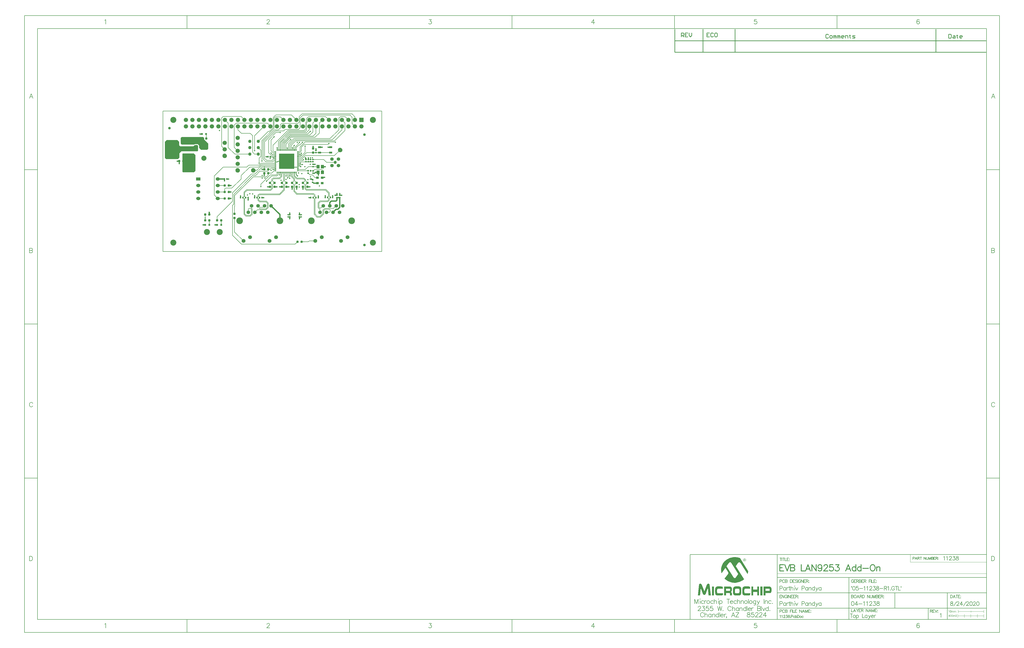
<source format=gtl>
G04*
G04 #@! TF.GenerationSoftware,Altium Limited,Altium Designer,20.1.14 (287)*
G04*
G04 Layer_Physical_Order=1*
G04 Layer_Color=15441517*
%FSLAX43Y43*%
%MOMM*%
G71*
G04*
G04 #@! TF.SameCoordinates,088B0059-FF59-4391-8688-F82EEA9C3BEC*
G04*
G04*
G04 #@! TF.FilePolarity,Positive*
G04*
G01*
G75*
%ADD11C,0.254*%
%ADD12C,0.200*%
%ADD15C,0.178*%
%ADD16C,0.127*%
%ADD17C,0.150*%
%ADD18C,0.100*%
%ADD19C,0.180*%
%ADD20C,0.350*%
%ADD22C,1.016*%
G04:AMPARAMS|DCode=23|XSize=0.55mm|YSize=0.6mm|CornerRadius=0.138mm|HoleSize=0mm|Usage=FLASHONLY|Rotation=0.000|XOffset=0mm|YOffset=0mm|HoleType=Round|Shape=RoundedRectangle|*
%AMROUNDEDRECTD23*
21,1,0.550,0.325,0,0,0.0*
21,1,0.275,0.600,0,0,0.0*
1,1,0.275,0.138,-0.163*
1,1,0.275,-0.138,-0.163*
1,1,0.275,-0.138,0.163*
1,1,0.275,0.138,0.163*
%
%ADD23ROUNDEDRECTD23*%
G04:AMPARAMS|DCode=24|XSize=0.55mm|YSize=0.6mm|CornerRadius=0.138mm|HoleSize=0mm|Usage=FLASHONLY|Rotation=270.000|XOffset=0mm|YOffset=0mm|HoleType=Round|Shape=RoundedRectangle|*
%AMROUNDEDRECTD24*
21,1,0.550,0.325,0,0,270.0*
21,1,0.275,0.600,0,0,270.0*
1,1,0.275,-0.163,-0.138*
1,1,0.275,-0.163,0.138*
1,1,0.275,0.163,0.138*
1,1,0.275,0.163,-0.138*
%
%ADD24ROUNDEDRECTD24*%
%ADD25R,0.800X0.800*%
G04:AMPARAMS|DCode=26|XSize=0.9mm|YSize=0.8mm|CornerRadius=0.2mm|HoleSize=0mm|Usage=FLASHONLY|Rotation=180.000|XOffset=0mm|YOffset=0mm|HoleType=Round|Shape=RoundedRectangle|*
%AMROUNDEDRECTD26*
21,1,0.900,0.400,0,0,180.0*
21,1,0.500,0.800,0,0,180.0*
1,1,0.400,-0.250,0.200*
1,1,0.400,0.250,0.200*
1,1,0.400,0.250,-0.200*
1,1,0.400,-0.250,-0.200*
%
%ADD26ROUNDEDRECTD26*%
G04:AMPARAMS|DCode=27|XSize=0.9mm|YSize=0.8mm|CornerRadius=0.2mm|HoleSize=0mm|Usage=FLASHONLY|Rotation=90.000|XOffset=0mm|YOffset=0mm|HoleType=Round|Shape=RoundedRectangle|*
%AMROUNDEDRECTD27*
21,1,0.900,0.400,0,0,90.0*
21,1,0.500,0.800,0,0,90.0*
1,1,0.400,0.200,0.250*
1,1,0.400,0.200,-0.250*
1,1,0.400,-0.200,-0.250*
1,1,0.400,-0.200,0.250*
%
%ADD27ROUNDEDRECTD27*%
%ADD28O,0.300X0.800*%
%ADD29O,0.800X0.300*%
%ADD30R,2.400X3.300*%
%ADD31R,2.400X0.950*%
%ADD32R,1.194X1.397*%
%ADD33R,1.000X0.900*%
%ADD66R,1.200X0.650*%
%ADD67R,6.000X6.000*%
%ADD68C,0.508*%
%ADD69C,0.381*%
%ADD70C,0.203*%
%ADD71C,0.152*%
%ADD72C,1.194*%
%ADD73C,1.346*%
%ADD74C,1.400*%
%ADD75C,2.600*%
%ADD76C,1.500*%
%ADD77C,1.676*%
%ADD78R,1.676X1.676*%
%ADD79P,1.815X8X22.5*%
%ADD80O,1.651X1.295*%
%ADD81R,1.651X1.295*%
%ADD82C,2.000*%
%ADD83P,1.815X8X112.5*%
%ADD84C,1.270*%
%ADD85C,2.337*%
%ADD86C,0.508*%
G36*
X15721Y44756D02*
X16104Y44374D01*
X16104Y43891D01*
X17704Y42291D01*
X17704Y40234D01*
X17297Y39827D01*
X14884Y39827D01*
X14122Y40589D01*
X14122Y41504D01*
X13609Y42017D01*
X12954Y42012D01*
X12470Y42012D01*
X12294Y41835D01*
X7341Y41835D01*
X6960Y42216D01*
X6960Y44427D01*
X7289Y44756D01*
X13564Y44756D01*
X15721Y44756D01*
X15721Y44756D02*
G37*
G36*
X4839Y43625D02*
X5690Y43612D01*
X6325Y42977D01*
X6325Y41580D01*
X6782Y41123D01*
X7366Y41123D01*
X11836Y41123D01*
X12290Y41576D01*
X12294Y41576D01*
X12393Y41596D01*
X12477Y41652D01*
X12480Y41656D01*
X13462Y41656D01*
X13665Y41453D01*
X13665Y39446D01*
X13411Y39192D01*
X7188Y39192D01*
X6388Y38392D01*
X6388Y36716D01*
X5867Y36195D01*
X1184Y36195D01*
X737Y36642D01*
X737Y37440D01*
X762Y37465D01*
X737Y37490D01*
X737Y42951D01*
X1422Y43637D01*
X4826Y43637D01*
X4839Y43625D01*
X4839Y43625D02*
G37*
G36*
X12040Y38405D02*
X12677Y37768D01*
X12677Y31574D01*
X12065Y30963D01*
X7823Y30963D01*
X7569Y31217D01*
X7569Y38309D01*
X7665Y38405D01*
X12040Y38405D01*
X12040Y38405D02*
G37*
G36*
X227343Y-120052D02*
X227427Y-120080D01*
X227540Y-120122D01*
X227639Y-120179D01*
X227724Y-120277D01*
X227780Y-120419D01*
X227808Y-120588D01*
X227808Y-120616D01*
X227794Y-120672D01*
X227780Y-120771D01*
X227738Y-120870D01*
X227681Y-120983D01*
X227582Y-121068D01*
X227441Y-121138D01*
X227258Y-121166D01*
X227216Y-121166D01*
X227173Y-121152D01*
X227117Y-121138D01*
X226976Y-121096D01*
X226905Y-121053D01*
X226835Y-120997D01*
X226835Y-120983D01*
X226806Y-120969D01*
X226750Y-120884D01*
X226694Y-120757D01*
X226679Y-120672D01*
X226665Y-120588D01*
X226665Y-120574D01*
X226665Y-120545D01*
X226679Y-120503D01*
X226694Y-120461D01*
X226750Y-120334D01*
X226792Y-120263D01*
X226849Y-120207D01*
X226863Y-120193D01*
X226877Y-120179D01*
X226962Y-120122D01*
X227089Y-120066D01*
X227173Y-120038D01*
X227286Y-120038D01*
X227343Y-120052D01*
X227343Y-120052D02*
G37*
G36*
X223731Y-119558D02*
X223843Y-119572D01*
X223985Y-119572D01*
X224126Y-119600D01*
X224450Y-119642D01*
X224803Y-119727D01*
X225156Y-119826D01*
X225508Y-119967D01*
X228669Y-125004D01*
X228669Y-125018D01*
X228669Y-125046D01*
X228655Y-125103D01*
X228655Y-125159D01*
X228641Y-125244D01*
X228627Y-125343D01*
X228584Y-125554D01*
X228584Y-125569D01*
X228570Y-125611D01*
X228556Y-125667D01*
X228542Y-125738D01*
X228514Y-125837D01*
X228486Y-125935D01*
X228415Y-126175D01*
X225664Y-121872D01*
X225649Y-121858D01*
X225635Y-121815D01*
X225579Y-121759D01*
X225522Y-121702D01*
X225452Y-121646D01*
X225367Y-121590D01*
X225283Y-121547D01*
X225170Y-121533D01*
X225127Y-121533D01*
X225085Y-121547D01*
X225029Y-121576D01*
X224958Y-121618D01*
X224873Y-121674D01*
X224803Y-121745D01*
X224718Y-121858D01*
X223801Y-123113D01*
X227032Y-128207D01*
X227018Y-128221D01*
X226962Y-128264D01*
X226877Y-128334D01*
X226764Y-128419D01*
X226609Y-128532D01*
X226425Y-128644D01*
X226228Y-128771D01*
X225988Y-128898D01*
X225734Y-129025D01*
X225438Y-129152D01*
X225142Y-129265D01*
X224803Y-129378D01*
X224450Y-129463D01*
X224083Y-129533D01*
X223702Y-129576D01*
X223293Y-129590D01*
X223194Y-129590D01*
X223081Y-129576D01*
X222926Y-129562D01*
X222729Y-129533D01*
X222503Y-129505D01*
X222263Y-129449D01*
X221981Y-129378D01*
X221699Y-129294D01*
X221388Y-129181D01*
X221064Y-129054D01*
X220739Y-128898D01*
X220415Y-128701D01*
X220090Y-128489D01*
X219780Y-128235D01*
X219469Y-127939D01*
X220838Y-126048D01*
X220852Y-126034D01*
X220866Y-125978D01*
X220894Y-125893D01*
X220909Y-125823D01*
X220923Y-125738D01*
X220923Y-125710D01*
X220909Y-125639D01*
X220866Y-125512D01*
X220782Y-125357D01*
X219766Y-123763D01*
X218256Y-125865D01*
X218256Y-125851D01*
X218242Y-125837D01*
X218228Y-125752D01*
X218200Y-125625D01*
X218171Y-125456D01*
X218129Y-125244D01*
X218101Y-125018D01*
X218087Y-124750D01*
X218073Y-124482D01*
X218073Y-124454D01*
X218073Y-124397D01*
X218087Y-124285D01*
X218101Y-124158D01*
X218115Y-123988D01*
X218143Y-123791D01*
X218200Y-123565D01*
X218256Y-123325D01*
X218327Y-123071D01*
X218425Y-122789D01*
X218552Y-122507D01*
X218679Y-122225D01*
X218849Y-121942D01*
X219046Y-121646D01*
X219272Y-121364D01*
X219526Y-121096D01*
X219540Y-121082D01*
X219596Y-121025D01*
X219681Y-120955D01*
X219808Y-120856D01*
X219963Y-120729D01*
X220147Y-120602D01*
X220358Y-120461D01*
X220598Y-120320D01*
X220866Y-120179D01*
X221163Y-120038D01*
X221487Y-119896D01*
X221826Y-119784D01*
X222193Y-119685D01*
X222588Y-119614D01*
X222997Y-119558D01*
X223434Y-119544D01*
X223632Y-119544D01*
X223731Y-119558D01*
X223731Y-119558D02*
G37*
G36*
X228979Y-131015D02*
X229050Y-131029D01*
X229106Y-131043D01*
X229120Y-131043D01*
X229149Y-131057D01*
X229247Y-131100D01*
X229304Y-131156D01*
X229346Y-131212D01*
X229389Y-131283D01*
X229417Y-131382D01*
X229417Y-131396D01*
X229431Y-131410D01*
X229431Y-131452D01*
X229445Y-131523D01*
X229445Y-131593D01*
X229459Y-131692D01*
X229459Y-131805D01*
X229459Y-131932D01*
X227568Y-131890D01*
X227554Y-131890D01*
X227498Y-131904D01*
X227427Y-131918D01*
X227357Y-131974D01*
X227272Y-132045D01*
X227202Y-132172D01*
X227173Y-132257D01*
X227145Y-132355D01*
X227131Y-132454D01*
X227131Y-132581D01*
X227131Y-132962D01*
X227131Y-132976D01*
X227131Y-132990D01*
X227145Y-133075D01*
X227159Y-133174D01*
X227187Y-133301D01*
X227230Y-133428D01*
X227314Y-133541D01*
X227413Y-133625D01*
X227484Y-133639D01*
X227554Y-133653D01*
X229487Y-133653D01*
X229487Y-133682D01*
X229487Y-133738D01*
X229487Y-133837D01*
X229473Y-133950D01*
X229459Y-134063D01*
X229445Y-134175D01*
X229417Y-134274D01*
X229374Y-134345D01*
X229374Y-134359D01*
X229346Y-134373D01*
X229304Y-134401D01*
X229247Y-134429D01*
X229163Y-134472D01*
X229050Y-134500D01*
X228909Y-134514D01*
X228739Y-134528D01*
X227329Y-134528D01*
X227216Y-134514D01*
X227075Y-134486D01*
X226933Y-134444D01*
X226778Y-134373D01*
X226651Y-134288D01*
X226552Y-134161D01*
X226552Y-134147D01*
X226524Y-134105D01*
X226496Y-134034D01*
X226468Y-133950D01*
X226440Y-133823D01*
X226411Y-133682D01*
X226397Y-133498D01*
X226383Y-133301D01*
X226383Y-132257D01*
X226383Y-132242D01*
X226383Y-132214D01*
X226383Y-132172D01*
X226397Y-132115D01*
X226411Y-131974D01*
X226440Y-131791D01*
X226482Y-131607D01*
X226567Y-131424D01*
X226665Y-131269D01*
X226736Y-131198D01*
X226806Y-131142D01*
X226821Y-131142D01*
X226849Y-131114D01*
X226891Y-131100D01*
X226962Y-131071D01*
X227046Y-131043D01*
X227159Y-131029D01*
X227286Y-131001D01*
X228810Y-131001D01*
X228979Y-131015D01*
X228979Y-131015D02*
G37*
G36*
X232902Y-134500D02*
X232182Y-134500D01*
X232182Y-133188D01*
X230616Y-133188D01*
X230616Y-134500D01*
X229939Y-134500D01*
X229939Y-131043D01*
X230616Y-131043D01*
X230616Y-132257D01*
X232182Y-132257D01*
X232182Y-131043D01*
X232902Y-131043D01*
X232902Y-134500D01*
X232902Y-134500D02*
G37*
G36*
X213205Y-129914D02*
X213275Y-129928D01*
X213360Y-129971D01*
X213430Y-130027D01*
X213501Y-130126D01*
X213572Y-130253D01*
X213600Y-130436D01*
X214065Y-134500D01*
X213191Y-134500D01*
X212951Y-131579D01*
X212937Y-131579D01*
X212048Y-133921D01*
X212048Y-133936D01*
X212019Y-133978D01*
X211977Y-134048D01*
X211921Y-134119D01*
X211850Y-134190D01*
X211766Y-134260D01*
X211667Y-134302D01*
X211540Y-134317D01*
X211483Y-134317D01*
X211413Y-134288D01*
X211328Y-134260D01*
X211229Y-134218D01*
X211145Y-134147D01*
X211074Y-134048D01*
X211004Y-133921D01*
X210115Y-131622D01*
X210101Y-131622D01*
X209847Y-134500D01*
X209000Y-134500D01*
X209437Y-130394D01*
X209437Y-130366D01*
X209452Y-130309D01*
X209480Y-130239D01*
X209522Y-130140D01*
X209579Y-130055D01*
X209663Y-129971D01*
X209776Y-129914D01*
X209903Y-129900D01*
X209974Y-129900D01*
X210058Y-129928D01*
X210157Y-129957D01*
X210256Y-130013D01*
X210369Y-130098D01*
X210453Y-130211D01*
X210538Y-130366D01*
X211526Y-132877D01*
X211540Y-132877D01*
X212527Y-130366D01*
X212542Y-130352D01*
X212556Y-130295D01*
X212612Y-130225D01*
X212669Y-130126D01*
X212753Y-130041D01*
X212866Y-129971D01*
X212993Y-129914D01*
X213148Y-129900D01*
X213162Y-129900D01*
X213205Y-129914D01*
X213205Y-129914D02*
G37*
G36*
X237036Y-131057D02*
X237149Y-131071D01*
X237276Y-131114D01*
X237417Y-131184D01*
X237544Y-131283D01*
X237657Y-131424D01*
X237741Y-131622D01*
X237741Y-131636D01*
X237756Y-131664D01*
X237756Y-131720D01*
X237770Y-131791D01*
X237784Y-131876D01*
X237784Y-131974D01*
X237798Y-132101D01*
X237798Y-132228D01*
X237798Y-132496D01*
X237798Y-132525D01*
X237798Y-132595D01*
X237784Y-132708D01*
X237770Y-132835D01*
X237741Y-132990D01*
X237713Y-133145D01*
X237657Y-133272D01*
X237586Y-133399D01*
X237586Y-133414D01*
X237558Y-133428D01*
X237516Y-133470D01*
X237473Y-133512D01*
X237403Y-133555D01*
X237318Y-133583D01*
X237234Y-133611D01*
X237121Y-133625D01*
X235399Y-133625D01*
X235399Y-134500D01*
X234694Y-134500D01*
X234694Y-131043D01*
X236965Y-131043D01*
X237036Y-131057D01*
X237036Y-131057D02*
G37*
G36*
X234228Y-134500D02*
X233410Y-134500D01*
X233410Y-131043D01*
X234228Y-131043D01*
X234228Y-134500D01*
X234228Y-134500D02*
G37*
G36*
X221727Y-131057D02*
X221840Y-131100D01*
X221967Y-131170D01*
X222023Y-131227D01*
X222094Y-131297D01*
X222150Y-131382D01*
X222193Y-131481D01*
X222249Y-131593D01*
X222277Y-131734D01*
X222291Y-131890D01*
X222305Y-132073D01*
X222305Y-132285D01*
X222305Y-132299D01*
X222305Y-132313D01*
X222305Y-132398D01*
X222291Y-132525D01*
X222263Y-132666D01*
X222207Y-132807D01*
X222136Y-132948D01*
X222037Y-133061D01*
X221910Y-133145D01*
X221910Y-133160D01*
X221924Y-133160D01*
X221967Y-133188D01*
X222037Y-133230D01*
X222108Y-133301D01*
X222178Y-133399D01*
X222249Y-133526D01*
X222291Y-133696D01*
X222305Y-133921D01*
X222305Y-134500D01*
X221572Y-134500D01*
X221572Y-134091D01*
X221572Y-134077D01*
X221572Y-134048D01*
X221572Y-133992D01*
X221572Y-133936D01*
X221558Y-133823D01*
X221558Y-133766D01*
X221544Y-133724D01*
X221529Y-133710D01*
X221487Y-133653D01*
X221417Y-133611D01*
X221290Y-133597D01*
X220006Y-133597D01*
X220006Y-134500D01*
X219272Y-134500D01*
X219272Y-131043D01*
X221642Y-131043D01*
X221727Y-131057D01*
X221727Y-131057D02*
G37*
G36*
X215307Y-134500D02*
X214503Y-134500D01*
X214503Y-131043D01*
X215307Y-131043D01*
X215307Y-134500D01*
X215307Y-134500D02*
G37*
G36*
X225156Y-131015D02*
X225283Y-131043D01*
X225410Y-131071D01*
X225551Y-131128D01*
X225664Y-131212D01*
X225762Y-131311D01*
X225776Y-131325D01*
X225805Y-131368D01*
X225833Y-131438D01*
X225875Y-131537D01*
X225918Y-131678D01*
X225960Y-131833D01*
X225974Y-132017D01*
X225988Y-132242D01*
X225988Y-133287D01*
X225988Y-133301D01*
X225988Y-133329D01*
X225988Y-133371D01*
X225974Y-133442D01*
X225960Y-133597D01*
X225932Y-133794D01*
X225861Y-133992D01*
X225776Y-134190D01*
X225649Y-134345D01*
X225565Y-134415D01*
X225480Y-134458D01*
X225466Y-134458D01*
X225438Y-134472D01*
X225395Y-134486D01*
X225339Y-134486D01*
X225268Y-134500D01*
X225184Y-134514D01*
X224958Y-134528D01*
X223688Y-134528D01*
X223575Y-134514D01*
X223448Y-134486D01*
X223307Y-134444D01*
X223166Y-134387D01*
X223039Y-134302D01*
X222926Y-134190D01*
X222912Y-134175D01*
X222898Y-134133D01*
X222870Y-134063D01*
X222842Y-133964D01*
X222799Y-133851D01*
X222771Y-133696D01*
X222757Y-133498D01*
X222743Y-133287D01*
X222743Y-132242D01*
X222743Y-132228D01*
X222743Y-132200D01*
X222743Y-132144D01*
X222757Y-132073D01*
X222771Y-131904D01*
X222813Y-131706D01*
X222884Y-131495D01*
X222997Y-131311D01*
X223067Y-131227D01*
X223138Y-131156D01*
X223237Y-131100D01*
X223335Y-131057D01*
X223350Y-131057D01*
X223364Y-131043D01*
X223406Y-131043D01*
X223462Y-131029D01*
X223604Y-131015D01*
X223787Y-131001D01*
X225057Y-131001D01*
X225156Y-131015D01*
X225156Y-131015D02*
G37*
G36*
X218087Y-131015D02*
X218256Y-131015D01*
X218411Y-131029D01*
X218538Y-131057D01*
X218581Y-131071D01*
X218609Y-131085D01*
X218623Y-131085D01*
X218637Y-131114D01*
X218665Y-131156D01*
X218707Y-131227D01*
X218750Y-131325D01*
X218778Y-131466D01*
X218792Y-131650D01*
X218806Y-131890D01*
X216901Y-131890D01*
X216817Y-131904D01*
X216718Y-131946D01*
X216619Y-132031D01*
X216605Y-132059D01*
X216591Y-132087D01*
X216563Y-132144D01*
X216549Y-132214D01*
X216520Y-132313D01*
X216506Y-132440D01*
X216506Y-132581D01*
X216506Y-132962D01*
X216506Y-132976D01*
X216506Y-133033D01*
X216506Y-133103D01*
X216520Y-133174D01*
X216535Y-133357D01*
X216549Y-133428D01*
X216563Y-133484D01*
X216577Y-133512D01*
X216633Y-133569D01*
X216690Y-133597D01*
X216746Y-133625D01*
X216831Y-133639D01*
X216916Y-133653D01*
X218849Y-133653D01*
X218849Y-133682D01*
X218849Y-133738D01*
X218849Y-133823D01*
X218834Y-133921D01*
X218806Y-134147D01*
X218778Y-134246D01*
X218750Y-134317D01*
X218750Y-134331D01*
X218722Y-134345D01*
X218679Y-134387D01*
X218623Y-134415D01*
X218524Y-134458D01*
X218411Y-134500D01*
X218270Y-134514D01*
X218101Y-134528D01*
X216704Y-134528D01*
X216605Y-134514D01*
X216478Y-134486D01*
X216337Y-134458D01*
X216196Y-134415D01*
X216069Y-134345D01*
X215970Y-134246D01*
X215956Y-134232D01*
X215942Y-134190D01*
X215900Y-134119D01*
X215857Y-134020D01*
X215815Y-133893D01*
X215787Y-133724D01*
X215759Y-133526D01*
X215744Y-133287D01*
X215744Y-132242D01*
X215744Y-132228D01*
X215744Y-132200D01*
X215744Y-132144D01*
X215759Y-132073D01*
X215787Y-131890D01*
X215829Y-131678D01*
X215914Y-131466D01*
X216041Y-131269D01*
X216125Y-131184D01*
X216224Y-131114D01*
X216323Y-131057D01*
X216450Y-131029D01*
X216478Y-131029D01*
X216549Y-131015D01*
X216662Y-131001D01*
X217917Y-131001D01*
X218087Y-131015D01*
X218087Y-131015D02*
G37*
%LPC*%
G36*
X227258Y-120136D02*
X227187Y-120136D01*
X227103Y-120165D01*
X227018Y-120193D01*
X226919Y-120249D01*
X226849Y-120320D01*
X226792Y-120433D01*
X226764Y-120588D01*
X226764Y-120602D01*
X226764Y-120616D01*
X226778Y-120701D01*
X226821Y-120814D01*
X226905Y-120941D01*
X226933Y-120969D01*
X227004Y-121011D01*
X227117Y-121053D01*
X227258Y-121082D01*
X227272Y-121082D01*
X227329Y-121068D01*
X227399Y-121053D01*
X227498Y-121025D01*
X227582Y-120955D01*
X227653Y-120870D01*
X227709Y-120757D01*
X227724Y-120588D01*
X227724Y-120574D01*
X227724Y-120517D01*
X227695Y-120447D01*
X227667Y-120362D01*
X227611Y-120277D01*
X227526Y-120207D01*
X227413Y-120150D01*
X227258Y-120136D01*
X227258Y-120136D02*
G37*
%LPD*%
G36*
X227385Y-120292D02*
X227456Y-120348D01*
X227484Y-120390D01*
X227498Y-120461D01*
X227498Y-120475D01*
X227498Y-120489D01*
X227484Y-120560D01*
X227427Y-120616D01*
X227385Y-120644D01*
X227329Y-120658D01*
X227512Y-120941D01*
X227399Y-120941D01*
X227230Y-120658D01*
X227117Y-120658D01*
X227117Y-120941D01*
X227018Y-120941D01*
X227018Y-120263D01*
X227300Y-120263D01*
X227385Y-120292D01*
X227385Y-120292D02*
G37*
%LPC*%
G36*
X227286Y-120362D02*
X227117Y-120362D01*
X227117Y-120574D01*
X227300Y-120574D01*
X227343Y-120560D01*
X227371Y-120531D01*
X227385Y-120461D01*
X227385Y-120447D01*
X227371Y-120404D01*
X227343Y-120376D01*
X227286Y-120362D01*
X227286Y-120362D02*
G37*
G36*
X221600Y-121519D02*
X221558Y-121519D01*
X221501Y-121533D01*
X221445Y-121561D01*
X221374Y-121604D01*
X221290Y-121660D01*
X221205Y-121731D01*
X221120Y-121844D01*
X220231Y-123099D01*
X222926Y-127375D01*
X222940Y-127389D01*
X222969Y-127431D01*
X223011Y-127502D01*
X223067Y-127558D01*
X223138Y-127629D01*
X223223Y-127699D01*
X223293Y-127741D01*
X223378Y-127756D01*
X223420Y-127756D01*
X223477Y-127741D01*
X223533Y-127713D01*
X223604Y-127685D01*
X223688Y-127643D01*
X223773Y-127572D01*
X223843Y-127473D01*
X224789Y-126119D01*
X222080Y-121858D01*
X222066Y-121844D01*
X222037Y-121801D01*
X221995Y-121745D01*
X221939Y-121688D01*
X221868Y-121632D01*
X221783Y-121576D01*
X221699Y-121533D01*
X221600Y-121519D01*
X221600Y-121519D02*
G37*
G36*
X236768Y-131876D02*
X235399Y-131876D01*
X235399Y-132750D01*
X236853Y-132750D01*
X236881Y-132736D01*
X236923Y-132708D01*
X236965Y-132666D01*
X237008Y-132595D01*
X237022Y-132511D01*
X237036Y-132398D01*
X237036Y-132257D01*
X237036Y-132242D01*
X237036Y-132200D01*
X237022Y-132130D01*
X237008Y-132059D01*
X236965Y-132003D01*
X236923Y-131932D01*
X236853Y-131890D01*
X236768Y-131876D01*
X236768Y-131876D02*
G37*
G36*
X221261Y-131876D02*
X220006Y-131876D01*
X220006Y-132736D01*
X221374Y-132736D01*
X221417Y-132722D01*
X221473Y-132694D01*
X221529Y-132652D01*
X221572Y-132581D01*
X221600Y-132496D01*
X221614Y-132369D01*
X221614Y-132257D01*
X221614Y-132242D01*
X221614Y-132200D01*
X221600Y-132130D01*
X221572Y-132059D01*
X221529Y-132003D01*
X221459Y-131932D01*
X221374Y-131890D01*
X221261Y-131876D01*
X221261Y-131876D02*
G37*
G36*
X224859Y-131876D02*
X223900Y-131876D01*
X223815Y-131890D01*
X223702Y-131946D01*
X223646Y-131974D01*
X223604Y-132031D01*
X223589Y-132059D01*
X223575Y-132101D01*
X223547Y-132158D01*
X223533Y-132228D01*
X223505Y-132327D01*
X223491Y-132440D01*
X223491Y-132581D01*
X223491Y-132962D01*
X223491Y-132976D01*
X223491Y-133033D01*
X223491Y-133089D01*
X223505Y-133174D01*
X223519Y-133357D01*
X223533Y-133442D01*
X223561Y-133512D01*
X223575Y-133541D01*
X223632Y-133583D01*
X223731Y-133625D01*
X223801Y-133653D01*
X224831Y-133653D01*
X224888Y-133639D01*
X224958Y-133611D01*
X225043Y-133569D01*
X225127Y-133484D01*
X225198Y-133357D01*
X225226Y-133287D01*
X225254Y-133188D01*
X225268Y-133089D01*
X225268Y-132962D01*
X225268Y-132581D01*
X225268Y-132567D01*
X225268Y-132511D01*
X225268Y-132454D01*
X225254Y-132369D01*
X225212Y-132186D01*
X225170Y-132101D01*
X225127Y-132031D01*
X225127Y-132017D01*
X225099Y-132003D01*
X225029Y-131946D01*
X224930Y-131904D01*
X224859Y-131876D01*
X224859Y-131876D02*
G37*
%LPD*%
D11*
X52074Y30026D02*
X52074Y30906D01*
X52723Y33556D02*
X53467Y33556D01*
X49574Y29567D02*
X49574Y30906D01*
X52723Y34556D02*
X53723Y34556D01*
X52723Y34056D02*
X52757Y34023D01*
X54450Y34023D02*
X54483Y34056D01*
X52757Y34023D02*
X54450Y34023D01*
X43053Y36556D02*
X43924Y36556D01*
X45784Y35306D02*
X47054Y35306D01*
X48324Y35306D01*
X43924Y35056D02*
X44624Y35056D01*
X44874Y35306D01*
X45784Y35306D01*
X43923Y32056D02*
X43924Y32056D01*
X43024Y32056D02*
X43923Y32056D01*
X39567Y32181D02*
X39567Y32181D01*
X48324Y35306D02*
X49593Y34036D01*
X50574Y33056D01*
X43890Y37089D02*
X43924Y37056D01*
X13564Y44248D02*
X13565Y44247D01*
X53467Y33556D02*
X53848Y33175D01*
X52074Y30026D02*
X52527Y29572D01*
X52527Y29540D02*
X52527Y29572D01*
X41910Y36384D02*
X41910Y37094D01*
X41915Y37089D01*
X43890Y37089D01*
X44574Y39706D02*
X44574Y40534D01*
X48574Y39706D02*
X48574Y40513D01*
X50574Y39706D02*
X50574Y40538D01*
X50574Y40612D01*
X52723Y38056D02*
X53550Y38056D01*
X50574Y33056D02*
X52723Y33056D01*
X13565Y44247D02*
X15278Y44247D01*
X223500Y78000D02*
X223500Y82500D01*
X200000Y82500D02*
X200000Y87000D01*
X200000Y82500D02*
X321500Y82500D01*
X211000Y82500D02*
X211000Y87000D01*
X223500Y82500D02*
X223500Y87000D01*
X302000Y82500D02*
X302000Y87000D01*
X200000Y78000D02*
X200000Y82500D01*
X200000Y78000D02*
X321500Y78000D01*
X302000Y78000D02*
X302000Y82500D01*
X211000Y78000D02*
X211000Y82500D01*
X202500Y84000D02*
X202500Y85524D01*
X203262Y85524D01*
X203516Y85270D01*
X203516Y84762D01*
X203262Y84508D01*
X202500Y84508D01*
X203008Y84508D02*
X203516Y84000D01*
X205039Y85524D02*
X204024Y85524D01*
X204024Y84000D01*
X205039Y84000D01*
X204024Y84762D02*
X204531Y84762D01*
X205547Y85524D02*
X205547Y84508D01*
X206055Y84000D01*
X206563Y84508D01*
X206563Y85524D01*
X213516Y85524D02*
X212500Y85524D01*
X212500Y84000D01*
X213516Y84000D01*
X212500Y84762D02*
X213008Y84762D01*
X215039Y85270D02*
X214785Y85524D01*
X214277Y85524D01*
X214024Y85270D01*
X214024Y84254D01*
X214277Y84000D01*
X214785Y84000D01*
X215039Y84254D01*
X216309Y85524D02*
X215801Y85524D01*
X215547Y85270D01*
X215547Y84254D01*
X215801Y84000D01*
X216309Y84000D01*
X216563Y84254D01*
X216563Y85270D01*
X216309Y85524D01*
X260016Y84770D02*
X259762Y85024D01*
X259254Y85024D01*
X259000Y84770D01*
X259000Y83754D01*
X259254Y83500D01*
X259762Y83500D01*
X260016Y83754D01*
X260777Y83500D02*
X261285Y83500D01*
X261539Y83754D01*
X261539Y84262D01*
X261285Y84516D01*
X260777Y84516D01*
X260524Y84262D01*
X260524Y83754D01*
X260777Y83500D01*
X262047Y83500D02*
X262047Y84516D01*
X262301Y84516D01*
X262555Y84262D01*
X262555Y83500D01*
X262555Y84262D01*
X262809Y84516D01*
X263063Y84262D01*
X263063Y83500D01*
X263571Y83500D02*
X263571Y84516D01*
X263824Y84516D01*
X264078Y84262D01*
X264078Y83500D01*
X264078Y84262D01*
X264332Y84516D01*
X264586Y84262D01*
X264586Y83500D01*
X265856Y83500D02*
X265348Y83500D01*
X265094Y83754D01*
X265094Y84262D01*
X265348Y84516D01*
X265856Y84516D01*
X266110Y84262D01*
X266110Y84008D01*
X265094Y84008D01*
X266618Y83500D02*
X266618Y84516D01*
X267379Y84516D01*
X267633Y84262D01*
X267633Y83500D01*
X268395Y84770D02*
X268395Y84516D01*
X268141Y84516D01*
X268649Y84516D01*
X268395Y84516D01*
X268395Y83754D01*
X268649Y83500D01*
X269411Y83500D02*
X270172Y83500D01*
X270426Y83754D01*
X270172Y84008D01*
X269665Y84008D01*
X269411Y84262D01*
X269665Y84516D01*
X270426Y84516D01*
X307000Y85024D02*
X307000Y83500D01*
X307762Y83500D01*
X308016Y83754D01*
X308016Y84770D01*
X307762Y85024D01*
X307000Y85024D01*
X308777Y84516D02*
X309285Y84516D01*
X309539Y84262D01*
X309539Y83500D01*
X308777Y83500D01*
X308524Y83754D01*
X308777Y84008D01*
X309539Y84008D01*
X310301Y84770D02*
X310301Y84516D01*
X310047Y84516D01*
X310555Y84516D01*
X310301Y84516D01*
X310301Y83754D01*
X310555Y83500D01*
X312078Y83500D02*
X311571Y83500D01*
X311317Y83754D01*
X311317Y84262D01*
X311571Y84516D01*
X312078Y84516D01*
X312332Y84262D01*
X312332Y84008D01*
X311317Y84008D01*
D12*
X305000Y-119536D02*
X305143Y-119465D01*
X305357Y-119250D01*
X305357Y-120750D01*
X306100Y-119536D02*
X306243Y-119465D01*
X306457Y-119250D01*
X306457Y-120750D01*
X307271Y-119607D02*
X307271Y-119536D01*
X307342Y-119393D01*
X307414Y-119322D01*
X307557Y-119250D01*
X307842Y-119250D01*
X307985Y-119322D01*
X308057Y-119393D01*
X308128Y-119536D01*
X308128Y-119679D01*
X308057Y-119822D01*
X307914Y-120036D01*
X307200Y-120750D01*
X308199Y-120750D01*
X308678Y-119250D02*
X309463Y-119250D01*
X309035Y-119822D01*
X309249Y-119822D01*
X309392Y-119893D01*
X309463Y-119964D01*
X309535Y-120179D01*
X309535Y-120321D01*
X309463Y-120536D01*
X309321Y-120679D01*
X309106Y-120750D01*
X308892Y-120750D01*
X308678Y-120679D01*
X308606Y-120607D01*
X308535Y-120464D01*
X310227Y-119250D02*
X310013Y-119322D01*
X309942Y-119465D01*
X309942Y-119607D01*
X310013Y-119750D01*
X310156Y-119822D01*
X310442Y-119893D01*
X310656Y-119964D01*
X310799Y-120107D01*
X310870Y-120250D01*
X310870Y-120464D01*
X310799Y-120607D01*
X310727Y-120679D01*
X310513Y-120750D01*
X310227Y-120750D01*
X310013Y-120679D01*
X309942Y-120607D01*
X309870Y-120464D01*
X309870Y-120250D01*
X309942Y-120107D01*
X310085Y-119964D01*
X310299Y-119893D01*
X310585Y-119822D01*
X310727Y-119750D01*
X310799Y-119607D01*
X310799Y-119465D01*
X310727Y-119322D01*
X310513Y-119250D01*
X310227Y-119250D01*
D15*
X54969Y28372D02*
X55421Y27919D01*
X52271Y28372D02*
X54969Y28372D01*
X51890Y28753D02*
X52271Y28372D01*
X51890Y28753D02*
X51890Y28753D01*
X55106Y28702D02*
X55751Y28056D01*
X52408Y28702D02*
X55106Y28702D01*
X51489Y29621D02*
X52408Y28702D01*
X55421Y27609D02*
X55421Y27919D01*
X55751Y27609D02*
X55751Y28056D01*
X46434Y26885D02*
X47158Y26161D01*
X47158Y24207D02*
X47158Y26161D01*
X46434Y26885D02*
X47158Y27609D01*
X47074Y30417D02*
X47074Y30906D01*
X47074Y30417D02*
X47158Y30332D01*
X36703Y21086D02*
X37075Y20714D01*
X36703Y21086D02*
X37075Y21458D01*
X47489Y30332D02*
X47574Y30417D01*
X47574Y30906D01*
X40440Y19717D02*
X41155Y19002D01*
X41155Y17193D02*
X41155Y19002D01*
X47489Y24070D02*
X47489Y26161D01*
X60368Y13716D02*
X61375Y13716D01*
X59374Y14710D02*
X59374Y20690D01*
X59374Y14710D02*
X60368Y13716D01*
X61375Y13716D02*
X62451Y14791D01*
X62451Y16139D01*
X63152Y16840D01*
X66647Y16840D02*
X67714Y17907D01*
X59374Y20690D02*
X59766Y21082D01*
X58801Y22733D02*
X59374Y22160D01*
X59374Y21474D02*
X59374Y22160D01*
X59374Y21474D02*
X59766Y21082D01*
X51451Y23669D02*
X51451Y26161D01*
X52175Y26885D01*
X50489Y30332D02*
X50574Y30417D01*
X50574Y30906D01*
X51451Y27609D02*
X51451Y28459D01*
X51451Y27609D02*
X52175Y26885D01*
X58652Y21086D02*
X59044Y21478D01*
X60188Y13386D02*
X61512Y13386D01*
X61609Y13483D01*
X59044Y14530D02*
X59044Y20694D01*
X59044Y14530D02*
X60188Y13386D01*
X61609Y13483D02*
X61609Y13483D01*
X62781Y14655D01*
X62781Y16002D01*
X58652Y21086D02*
X59044Y20694D01*
X62781Y16002D02*
X63289Y16510D01*
X58664Y22403D02*
X59044Y22023D01*
X59044Y21478D02*
X59044Y22023D01*
X50074Y30417D02*
X50158Y30332D01*
X50074Y30417D02*
X50074Y30906D01*
X50397Y26885D02*
X51121Y27609D01*
X51121Y28323D01*
X60604Y19029D02*
X61291Y19717D01*
X61291Y19717D01*
X61361Y19787D01*
X64285Y21163D02*
X64680Y21558D01*
X64680Y22823D01*
X54697Y26885D02*
X55421Y26161D01*
X54697Y26885D02*
X55421Y27609D01*
X51158Y29484D02*
X51890Y28753D01*
X60934Y18893D02*
X61497Y19456D01*
X64094Y23876D02*
X65010Y22960D01*
X65010Y21558D02*
X65010Y22960D01*
X65010Y21558D02*
X65405Y21163D01*
X55751Y27609D02*
X56475Y26885D01*
X55751Y26161D02*
X56475Y26885D01*
X51489Y30332D02*
X51574Y30417D01*
X51489Y29621D02*
X51489Y30332D01*
X51574Y30417D02*
X51574Y30906D01*
X64094Y23876D02*
X64094Y23876D01*
X55421Y24589D02*
X55421Y26161D01*
X55751Y24726D02*
X55751Y26161D01*
X55421Y24589D02*
X56007Y24003D01*
X63500Y24003D01*
X64680Y22823D01*
X55751Y24726D02*
X56144Y24333D01*
X63637Y24333D01*
X64094Y23876D01*
X50489Y29422D02*
X50489Y30332D01*
X50158Y29285D02*
X50158Y30332D01*
X47158Y27609D02*
X47158Y28194D01*
X47158Y28194D01*
X47158Y30332D01*
X47489Y27609D02*
X47489Y30332D01*
X47489Y26161D02*
X48213Y26885D01*
X50489Y29422D02*
X51451Y28459D01*
X50158Y29285D02*
X51121Y28323D01*
X47489Y27609D02*
X48213Y26885D01*
X51451Y23669D02*
X52388Y22733D01*
X51121Y23533D02*
X52251Y22403D01*
X51121Y23533D02*
X51121Y26161D01*
X50397Y26885D02*
X51121Y26161D01*
X63152Y16840D02*
X66647Y16840D01*
X61361Y19787D02*
X64285Y19787D01*
X64680Y20182D01*
X64680Y20768D01*
X64285Y21163D02*
X64680Y20768D01*
X61497Y19456D02*
X64422Y19456D01*
X64518Y19553D01*
X64518Y19553D01*
X65010Y20045D01*
X65010Y20768D01*
X65405Y21163D01*
X52388Y22733D02*
X58801Y22733D01*
X52251Y22403D02*
X58664Y22403D01*
X37405Y21458D02*
X37777Y21087D01*
X45489Y22537D02*
X47158Y24207D01*
X45625Y22207D02*
X47489Y24070D01*
X37075Y21458D02*
X37075Y22048D01*
X35903Y15367D02*
X36869Y16332D01*
X63904Y15367D02*
X65100Y15367D01*
X65380Y15646D01*
X63289Y16510D02*
X65100Y16510D01*
X65380Y16231D01*
X65380Y15646D02*
X65380Y16231D01*
X33363Y15367D02*
X33363Y16599D01*
X34239Y16866D02*
X34525Y16580D01*
X31935Y20701D02*
X32316Y21082D01*
X31935Y21463D02*
X32316Y21082D01*
X33363Y16599D02*
X33630Y16866D01*
X34239Y16866D01*
X42092Y23927D02*
X42296Y24130D01*
X42296Y24130D01*
X42851Y24685D01*
X42851Y26161D02*
X43575Y26885D01*
X42851Y24685D02*
X42851Y26161D01*
X42851Y27609D02*
X43575Y26885D01*
X42851Y28126D02*
X43224Y28499D01*
X42851Y27609D02*
X42851Y28126D01*
X43224Y28499D02*
X45603Y28499D01*
X46489Y29385D01*
X46489Y30332D02*
X46574Y30417D01*
X46489Y29385D02*
X46489Y30332D01*
X46574Y30417D02*
X46574Y30906D01*
X31224Y21082D02*
X31605Y20701D01*
X31224Y21082D02*
X31605Y21463D01*
X34633Y16938D02*
X34855Y16716D01*
X34633Y16938D02*
X34633Y17907D01*
X41956Y24257D02*
X42520Y24822D01*
X42520Y26161D01*
X41797Y26885D02*
X42520Y26161D01*
X41797Y26885D02*
X42520Y27609D01*
X42520Y28263D01*
X43087Y28829D01*
X45466Y28829D01*
X46158Y29521D01*
X46158Y30332D01*
X46074Y30417D02*
X46158Y30332D01*
X46074Y30417D02*
X46074Y30906D01*
X34138Y13792D02*
X34855Y14510D01*
X34855Y16716D01*
X34001Y14122D02*
X34525Y14647D01*
X34525Y16580D01*
X32426Y13792D02*
X34138Y13792D01*
X31605Y14613D02*
X31605Y20701D01*
X31605Y14613D02*
X32426Y13792D01*
X32563Y14122D02*
X34001Y14122D01*
X31935Y14750D02*
X31935Y20701D01*
X31935Y14750D02*
X32563Y14122D01*
X60604Y17197D02*
X60604Y19029D01*
X61364Y15367D02*
X61364Y16436D01*
X60604Y17197D02*
X61364Y16436D01*
X60934Y17349D02*
X60934Y18893D01*
X60934Y17349D02*
X61290Y16993D01*
X61719Y16993D01*
X62634Y17907D01*
X16878Y44247D02*
X16878Y45923D01*
X16853Y45949D02*
X16878Y45923D01*
X37405Y20715D02*
X37777Y21087D01*
X37405Y21458D02*
X37405Y21911D01*
X37701Y22207D01*
X37075Y22048D02*
X37564Y22537D01*
X31935Y21463D02*
X31935Y23045D01*
X37878Y19717D02*
X40440Y19717D01*
X37405Y20190D02*
X37878Y19717D01*
X37405Y20190D02*
X37405Y20715D01*
X39078Y17272D02*
X39713Y17907D01*
X37897Y17272D02*
X39078Y17272D01*
X37719Y17094D02*
X37897Y17272D01*
X37719Y16815D02*
X37719Y17094D01*
X37719Y16815D02*
X37871Y16662D01*
X40158Y16662D01*
X40825Y17330D01*
X40825Y18865D01*
X40303Y19387D02*
X40825Y18865D01*
X37741Y19387D02*
X40303Y19387D01*
X37075Y20053D02*
X37741Y19387D01*
X37075Y20053D02*
X37075Y20714D01*
X36869Y16332D02*
X40295Y16332D01*
X41155Y17193D01*
X31605Y21463D02*
X31605Y23182D01*
X32680Y24257D01*
X41956Y24257D01*
X31935Y23045D02*
X32817Y23927D01*
X42092Y23927D01*
X37564Y22537D02*
X45489Y22537D01*
X37701Y22207D02*
X45625Y22207D01*
X58653Y31547D02*
X59241Y32135D01*
X62123Y32135D01*
X62311Y31947D01*
X62311Y31030D02*
X62311Y31947D01*
X51158Y29484D02*
X51158Y30332D01*
X51074Y30417D02*
X51074Y30906D01*
X51074Y30417D02*
X51158Y30332D01*
X57600Y31565D02*
X58635Y31565D01*
X58653Y31547D01*
X303678Y-141858D02*
X303821Y-141787D01*
X304035Y-141573D01*
X304035Y-143072D01*
X269071Y-131143D02*
X269000Y-131072D01*
X269071Y-131000D01*
X269143Y-131072D01*
X269143Y-131215D01*
X269071Y-131357D01*
X269000Y-131429D01*
X269900Y-131000D02*
X269686Y-131072D01*
X269543Y-131286D01*
X269471Y-131643D01*
X269471Y-131857D01*
X269543Y-132214D01*
X269686Y-132429D01*
X269900Y-132500D01*
X270043Y-132500D01*
X270257Y-132429D01*
X270400Y-132214D01*
X270471Y-131857D01*
X270471Y-131643D01*
X270400Y-131286D01*
X270257Y-131072D01*
X270043Y-131000D01*
X269900Y-131000D01*
X271664Y-131000D02*
X270950Y-131000D01*
X270878Y-131643D01*
X270950Y-131572D01*
X271164Y-131500D01*
X271378Y-131500D01*
X271592Y-131572D01*
X271735Y-131714D01*
X271807Y-131929D01*
X271807Y-132072D01*
X271735Y-132286D01*
X271592Y-132429D01*
X271378Y-132500D01*
X271164Y-132500D01*
X270950Y-132429D01*
X270878Y-132357D01*
X270807Y-132214D01*
X272142Y-131857D02*
X273428Y-131857D01*
X273870Y-131286D02*
X274013Y-131215D01*
X274227Y-131000D01*
X274227Y-132500D01*
X274970Y-131286D02*
X275113Y-131215D01*
X275327Y-131000D01*
X275327Y-132500D01*
X276141Y-131357D02*
X276141Y-131286D01*
X276213Y-131143D01*
X276284Y-131072D01*
X276427Y-131000D01*
X276713Y-131000D01*
X276855Y-131072D01*
X276927Y-131143D01*
X276998Y-131286D01*
X276998Y-131429D01*
X276927Y-131572D01*
X276784Y-131786D01*
X276070Y-132500D01*
X277070Y-132500D01*
X277548Y-131000D02*
X278334Y-131000D01*
X277905Y-131572D01*
X278119Y-131572D01*
X278262Y-131643D01*
X278334Y-131714D01*
X278405Y-131929D01*
X278405Y-132072D01*
X278334Y-132286D01*
X278191Y-132429D01*
X277977Y-132500D01*
X277762Y-132500D01*
X277548Y-132429D01*
X277477Y-132357D01*
X277405Y-132214D01*
X279098Y-131000D02*
X278884Y-131072D01*
X278812Y-131215D01*
X278812Y-131357D01*
X278884Y-131500D01*
X279026Y-131572D01*
X279312Y-131643D01*
X279526Y-131714D01*
X279669Y-131857D01*
X279741Y-132000D01*
X279741Y-132214D01*
X279669Y-132357D01*
X279598Y-132429D01*
X279384Y-132500D01*
X279098Y-132500D01*
X278884Y-132429D01*
X278812Y-132357D01*
X278741Y-132214D01*
X278741Y-132000D01*
X278812Y-131857D01*
X278955Y-131714D01*
X279169Y-131643D01*
X279455Y-131572D01*
X279598Y-131500D01*
X279669Y-131357D01*
X279669Y-131215D01*
X279598Y-131072D01*
X279384Y-131000D01*
X279098Y-131000D01*
X280076Y-131857D02*
X281362Y-131857D01*
X281804Y-131000D02*
X281804Y-132500D01*
X281804Y-131000D02*
X282447Y-131000D01*
X282661Y-131072D01*
X282733Y-131143D01*
X282804Y-131286D01*
X282804Y-131429D01*
X282733Y-131572D01*
X282661Y-131643D01*
X282447Y-131714D01*
X281804Y-131714D01*
X282304Y-131714D02*
X282804Y-132500D01*
X283140Y-131286D02*
X283283Y-131215D01*
X283497Y-131000D01*
X283497Y-132500D01*
X284311Y-132357D02*
X284240Y-132429D01*
X284311Y-132500D01*
X284382Y-132429D01*
X284311Y-132357D01*
X285782Y-131357D02*
X285711Y-131215D01*
X285568Y-131072D01*
X285425Y-131000D01*
X285139Y-131000D01*
X284997Y-131072D01*
X284854Y-131215D01*
X284782Y-131357D01*
X284711Y-131572D01*
X284711Y-131929D01*
X284782Y-132143D01*
X284854Y-132286D01*
X284997Y-132429D01*
X285139Y-132500D01*
X285425Y-132500D01*
X285568Y-132429D01*
X285711Y-132286D01*
X285782Y-132143D01*
X285782Y-131929D01*
X285425Y-131929D02*
X285782Y-131929D01*
X286625Y-131000D02*
X286625Y-132500D01*
X286125Y-131000D02*
X287125Y-131000D01*
X287303Y-131000D02*
X287303Y-132500D01*
X288160Y-132500D01*
X288396Y-131143D02*
X288324Y-131072D01*
X288396Y-131000D01*
X288467Y-131072D01*
X288467Y-131215D01*
X288396Y-131357D01*
X288324Y-131429D01*
X241000Y-131738D02*
X241686Y-131738D01*
X241914Y-131662D01*
X241990Y-131586D01*
X242066Y-131434D01*
X242066Y-131205D01*
X241990Y-131053D01*
X241914Y-130977D01*
X241686Y-130900D01*
X241000Y-130900D01*
X241000Y-132500D01*
X243339Y-131434D02*
X243339Y-132500D01*
X243339Y-131662D02*
X243186Y-131510D01*
X243034Y-131434D01*
X242805Y-131434D01*
X242653Y-131510D01*
X242501Y-131662D01*
X242424Y-131891D01*
X242424Y-132043D01*
X242501Y-132271D01*
X242653Y-132424D01*
X242805Y-132500D01*
X243034Y-132500D01*
X243186Y-132424D01*
X243339Y-132271D01*
X243765Y-131434D02*
X243765Y-132500D01*
X243765Y-131891D02*
X243841Y-131662D01*
X243994Y-131510D01*
X244146Y-131434D01*
X244375Y-131434D01*
X244748Y-130900D02*
X244748Y-132195D01*
X244824Y-132424D01*
X244976Y-132500D01*
X245129Y-132500D01*
X244519Y-131434D02*
X245052Y-131434D01*
X245357Y-130900D02*
X245357Y-132500D01*
X245357Y-131738D02*
X245586Y-131510D01*
X245738Y-131434D01*
X245967Y-131434D01*
X246119Y-131510D01*
X246195Y-131738D01*
X246195Y-132500D01*
X246766Y-130900D02*
X246843Y-130977D01*
X246919Y-130900D01*
X246843Y-130824D01*
X246766Y-130900D01*
X246843Y-131434D02*
X246843Y-132500D01*
X247201Y-131434D02*
X247658Y-132500D01*
X248115Y-131434D02*
X247658Y-132500D01*
X249631Y-131738D02*
X250316Y-131738D01*
X250545Y-131662D01*
X250621Y-131586D01*
X250697Y-131434D01*
X250697Y-131205D01*
X250621Y-131053D01*
X250545Y-130977D01*
X250316Y-130900D01*
X249631Y-130900D01*
X249631Y-132500D01*
X251969Y-131434D02*
X251969Y-132500D01*
X251969Y-131662D02*
X251817Y-131510D01*
X251664Y-131434D01*
X251436Y-131434D01*
X251284Y-131510D01*
X251131Y-131662D01*
X251055Y-131891D01*
X251055Y-132043D01*
X251131Y-132271D01*
X251284Y-132424D01*
X251436Y-132500D01*
X251664Y-132500D01*
X251817Y-132424D01*
X251969Y-132271D01*
X252396Y-131434D02*
X252396Y-132500D01*
X252396Y-131738D02*
X252624Y-131510D01*
X252777Y-131434D01*
X253005Y-131434D01*
X253157Y-131510D01*
X253234Y-131738D01*
X253234Y-132500D01*
X254567Y-130900D02*
X254567Y-132500D01*
X254567Y-131662D02*
X254414Y-131510D01*
X254262Y-131434D01*
X254033Y-131434D01*
X253881Y-131510D01*
X253729Y-131662D01*
X253653Y-131891D01*
X253653Y-132043D01*
X253729Y-132271D01*
X253881Y-132424D01*
X254033Y-132500D01*
X254262Y-132500D01*
X254414Y-132424D01*
X254567Y-132271D01*
X255069Y-131434D02*
X255526Y-132500D01*
X255983Y-131434D02*
X255526Y-132500D01*
X255374Y-132805D01*
X255222Y-132957D01*
X255069Y-133033D01*
X254993Y-133033D01*
X257164Y-131434D02*
X257164Y-132500D01*
X257164Y-131662D02*
X257012Y-131510D01*
X256859Y-131434D01*
X256631Y-131434D01*
X256479Y-131510D01*
X256326Y-131662D01*
X256250Y-131891D01*
X256250Y-132043D01*
X256326Y-132271D01*
X256479Y-132424D01*
X256631Y-132500D01*
X256859Y-132500D01*
X257012Y-132424D01*
X257164Y-132271D01*
X207770Y-135982D02*
X207770Y-137760D01*
X207770Y-135982D02*
X208447Y-137760D01*
X209124Y-135982D02*
X208447Y-137760D01*
X209124Y-135982D02*
X209124Y-137760D01*
X209802Y-135982D02*
X209886Y-136067D01*
X209971Y-135982D01*
X209886Y-135898D01*
X209802Y-135982D01*
X209886Y-136575D02*
X209886Y-137760D01*
X211300Y-136829D02*
X211131Y-136660D01*
X210961Y-136575D01*
X210707Y-136575D01*
X210538Y-136660D01*
X210369Y-136829D01*
X210284Y-137083D01*
X210284Y-137252D01*
X210369Y-137506D01*
X210538Y-137675D01*
X210707Y-137760D01*
X210961Y-137760D01*
X211131Y-137675D01*
X211300Y-137506D01*
X211681Y-136575D02*
X211681Y-137760D01*
X211681Y-137083D02*
X211765Y-136829D01*
X211935Y-136660D01*
X212104Y-136575D01*
X212358Y-136575D01*
X212942Y-136575D02*
X212773Y-136660D01*
X212603Y-136829D01*
X212519Y-137083D01*
X212519Y-137252D01*
X212603Y-137506D01*
X212773Y-137675D01*
X212942Y-137760D01*
X213196Y-137760D01*
X213365Y-137675D01*
X213535Y-137506D01*
X213619Y-137252D01*
X213619Y-137083D01*
X213535Y-136829D01*
X213365Y-136660D01*
X213196Y-136575D01*
X212942Y-136575D01*
X215024Y-136829D02*
X214855Y-136660D01*
X214686Y-136575D01*
X214432Y-136575D01*
X214263Y-136660D01*
X214093Y-136829D01*
X214009Y-137083D01*
X214009Y-137252D01*
X214093Y-137506D01*
X214263Y-137675D01*
X214432Y-137760D01*
X214686Y-137760D01*
X214855Y-137675D01*
X215024Y-137506D01*
X215405Y-135982D02*
X215405Y-137760D01*
X215405Y-136913D02*
X215659Y-136660D01*
X215829Y-136575D01*
X216083Y-136575D01*
X216252Y-136660D01*
X216336Y-136913D01*
X216336Y-137760D01*
X216971Y-135982D02*
X217056Y-136067D01*
X217141Y-135982D01*
X217056Y-135898D01*
X216971Y-135982D01*
X217056Y-136575D02*
X217056Y-137760D01*
X217454Y-136575D02*
X217454Y-138353D01*
X217454Y-136829D02*
X217623Y-136660D01*
X217792Y-136575D01*
X218046Y-136575D01*
X218216Y-136660D01*
X218385Y-136829D01*
X218470Y-137083D01*
X218470Y-137252D01*
X218385Y-137506D01*
X218216Y-137675D01*
X218046Y-137760D01*
X217792Y-137760D01*
X217623Y-137675D01*
X217454Y-137506D01*
X220840Y-135982D02*
X220840Y-137760D01*
X220247Y-135982D02*
X221432Y-135982D01*
X221644Y-137083D02*
X222660Y-137083D01*
X222660Y-136913D01*
X222575Y-136744D01*
X222490Y-136660D01*
X222321Y-136575D01*
X222067Y-136575D01*
X221898Y-136660D01*
X221729Y-136829D01*
X221644Y-137083D01*
X221644Y-137252D01*
X221729Y-137506D01*
X221898Y-137675D01*
X222067Y-137760D01*
X222321Y-137760D01*
X222490Y-137675D01*
X222660Y-137506D01*
X224056Y-136829D02*
X223887Y-136660D01*
X223718Y-136575D01*
X223464Y-136575D01*
X223295Y-136660D01*
X223125Y-136829D01*
X223041Y-137083D01*
X223041Y-137252D01*
X223125Y-137506D01*
X223295Y-137675D01*
X223464Y-137760D01*
X223718Y-137760D01*
X223887Y-137675D01*
X224056Y-137506D01*
X224437Y-135982D02*
X224437Y-137760D01*
X224437Y-136913D02*
X224691Y-136660D01*
X224861Y-136575D01*
X225115Y-136575D01*
X225284Y-136660D01*
X225368Y-136913D01*
X225368Y-137760D01*
X225834Y-136575D02*
X225834Y-137760D01*
X225834Y-136913D02*
X226088Y-136660D01*
X226257Y-136575D01*
X226511Y-136575D01*
X226680Y-136660D01*
X226765Y-136913D01*
X226765Y-137760D01*
X227654Y-136575D02*
X227485Y-136660D01*
X227315Y-136829D01*
X227231Y-137083D01*
X227231Y-137252D01*
X227315Y-137506D01*
X227485Y-137675D01*
X227654Y-137760D01*
X227908Y-137760D01*
X228077Y-137675D01*
X228246Y-137506D01*
X228331Y-137252D01*
X228331Y-137083D01*
X228246Y-136829D01*
X228077Y-136660D01*
X227908Y-136575D01*
X227654Y-136575D01*
X228721Y-135982D02*
X228721Y-137760D01*
X229516Y-136575D02*
X229347Y-136660D01*
X229178Y-136829D01*
X229093Y-137083D01*
X229093Y-137252D01*
X229178Y-137506D01*
X229347Y-137675D01*
X229516Y-137760D01*
X229770Y-137760D01*
X229939Y-137675D01*
X230109Y-137506D01*
X230193Y-137252D01*
X230193Y-137083D01*
X230109Y-136829D01*
X229939Y-136660D01*
X229770Y-136575D01*
X229516Y-136575D01*
X231599Y-136575D02*
X231599Y-137929D01*
X231514Y-138183D01*
X231429Y-138268D01*
X231260Y-138353D01*
X231006Y-138353D01*
X230837Y-138268D01*
X231599Y-136829D02*
X231429Y-136660D01*
X231260Y-136575D01*
X231006Y-136575D01*
X230837Y-136660D01*
X230667Y-136829D01*
X230583Y-137083D01*
X230583Y-137252D01*
X230667Y-137506D01*
X230837Y-137675D01*
X231006Y-137760D01*
X231260Y-137760D01*
X231429Y-137675D01*
X231599Y-137506D01*
X232157Y-136575D02*
X232665Y-137760D01*
X233173Y-136575D02*
X232665Y-137760D01*
X232496Y-138099D01*
X232327Y-138268D01*
X232157Y-138353D01*
X232073Y-138353D01*
X234866Y-135982D02*
X234866Y-137760D01*
X235238Y-136575D02*
X235238Y-137760D01*
X235238Y-136913D02*
X235492Y-136660D01*
X235662Y-136575D01*
X235916Y-136575D01*
X236085Y-136660D01*
X236170Y-136913D01*
X236170Y-137760D01*
X237651Y-136829D02*
X237482Y-136660D01*
X237312Y-136575D01*
X237058Y-136575D01*
X236889Y-136660D01*
X236720Y-136829D01*
X236635Y-137083D01*
X236635Y-137252D01*
X236720Y-137506D01*
X236889Y-137675D01*
X237058Y-137760D01*
X237312Y-137760D01*
X237482Y-137675D01*
X237651Y-137506D01*
X238117Y-137591D02*
X238032Y-137675D01*
X238117Y-137760D01*
X238201Y-137675D01*
X238117Y-137591D01*
X209085Y-139146D02*
X209085Y-139061D01*
X209169Y-138892D01*
X209254Y-138807D01*
X209423Y-138722D01*
X209762Y-138722D01*
X209931Y-138807D01*
X210016Y-138892D01*
X210100Y-139061D01*
X210100Y-139230D01*
X210016Y-139400D01*
X209846Y-139654D01*
X209000Y-140500D01*
X210185Y-140500D01*
X210752Y-138722D02*
X211683Y-138722D01*
X211175Y-139400D01*
X211429Y-139400D01*
X211599Y-139484D01*
X211683Y-139569D01*
X211768Y-139823D01*
X211768Y-139992D01*
X211683Y-140246D01*
X211514Y-140415D01*
X211260Y-140500D01*
X211006Y-140500D01*
X210752Y-140415D01*
X210668Y-140331D01*
X210583Y-140161D01*
X213182Y-138722D02*
X212335Y-138722D01*
X212251Y-139484D01*
X212335Y-139400D01*
X212589Y-139315D01*
X212843Y-139315D01*
X213097Y-139400D01*
X213266Y-139569D01*
X213351Y-139823D01*
X213351Y-139992D01*
X213266Y-140246D01*
X213097Y-140415D01*
X212843Y-140500D01*
X212589Y-140500D01*
X212335Y-140415D01*
X212251Y-140331D01*
X212166Y-140161D01*
X214765Y-138722D02*
X213918Y-138722D01*
X213833Y-139484D01*
X213918Y-139400D01*
X214172Y-139315D01*
X214426Y-139315D01*
X214680Y-139400D01*
X214849Y-139569D01*
X214934Y-139823D01*
X214934Y-139992D01*
X214849Y-140246D01*
X214680Y-140415D01*
X214426Y-140500D01*
X214172Y-140500D01*
X213918Y-140415D01*
X213833Y-140331D01*
X213749Y-140161D01*
X216728Y-138722D02*
X217152Y-140500D01*
X217575Y-138722D02*
X217152Y-140500D01*
X217575Y-138722D02*
X217998Y-140500D01*
X218421Y-138722D02*
X217998Y-140500D01*
X218862Y-140331D02*
X218777Y-140415D01*
X218862Y-140500D01*
X218946Y-140415D01*
X218862Y-140331D01*
X222002Y-139146D02*
X221917Y-138976D01*
X221748Y-138807D01*
X221579Y-138722D01*
X221240Y-138722D01*
X221071Y-138807D01*
X220902Y-138976D01*
X220817Y-139146D01*
X220732Y-139400D01*
X220732Y-139823D01*
X220817Y-140077D01*
X220902Y-140246D01*
X221071Y-140415D01*
X221240Y-140500D01*
X221579Y-140500D01*
X221748Y-140415D01*
X221917Y-140246D01*
X222002Y-140077D01*
X222501Y-138722D02*
X222501Y-140500D01*
X222501Y-139654D02*
X222755Y-139400D01*
X222925Y-139315D01*
X223179Y-139315D01*
X223348Y-139400D01*
X223433Y-139654D01*
X223433Y-140500D01*
X224914Y-139315D02*
X224914Y-140500D01*
X224914Y-139569D02*
X224745Y-139400D01*
X224575Y-139315D01*
X224321Y-139315D01*
X224152Y-139400D01*
X223983Y-139569D01*
X223898Y-139823D01*
X223898Y-139992D01*
X223983Y-140246D01*
X224152Y-140415D01*
X224321Y-140500D01*
X224575Y-140500D01*
X224745Y-140415D01*
X224914Y-140246D01*
X225388Y-139315D02*
X225388Y-140500D01*
X225388Y-139654D02*
X225642Y-139400D01*
X225811Y-139315D01*
X226065Y-139315D01*
X226234Y-139400D01*
X226319Y-139654D01*
X226319Y-140500D01*
X227800Y-138722D02*
X227800Y-140500D01*
X227800Y-139569D02*
X227631Y-139400D01*
X227462Y-139315D01*
X227208Y-139315D01*
X227039Y-139400D01*
X226869Y-139569D01*
X226785Y-139823D01*
X226785Y-139992D01*
X226869Y-140246D01*
X227039Y-140415D01*
X227208Y-140500D01*
X227462Y-140500D01*
X227631Y-140415D01*
X227800Y-140246D01*
X228274Y-138722D02*
X228274Y-140500D01*
X228647Y-139823D02*
X229663Y-139823D01*
X229663Y-139654D01*
X229578Y-139484D01*
X229493Y-139400D01*
X229324Y-139315D01*
X229070Y-139315D01*
X228901Y-139400D01*
X228732Y-139569D01*
X228647Y-139823D01*
X228647Y-139992D01*
X228732Y-140246D01*
X228901Y-140415D01*
X229070Y-140500D01*
X229324Y-140500D01*
X229493Y-140415D01*
X229663Y-140246D01*
X230044Y-139315D02*
X230044Y-140500D01*
X230044Y-139823D02*
X230128Y-139569D01*
X230298Y-139400D01*
X230467Y-139315D01*
X230721Y-139315D01*
X232278Y-138722D02*
X232278Y-140500D01*
X232278Y-138722D02*
X233040Y-138722D01*
X233294Y-138807D01*
X233379Y-138892D01*
X233463Y-139061D01*
X233463Y-139230D01*
X233379Y-139400D01*
X233294Y-139484D01*
X233040Y-139569D01*
X232278Y-139569D02*
X233040Y-139569D01*
X233294Y-139654D01*
X233379Y-139738D01*
X233463Y-139907D01*
X233463Y-140161D01*
X233379Y-140331D01*
X233294Y-140415D01*
X233040Y-140500D01*
X232278Y-140500D01*
X233861Y-138722D02*
X233861Y-140500D01*
X234234Y-139315D02*
X234742Y-140500D01*
X235250Y-139315D02*
X234742Y-140500D01*
X236553Y-138722D02*
X236553Y-140500D01*
X236553Y-139569D02*
X236384Y-139400D01*
X236215Y-139315D01*
X235961Y-139315D01*
X235791Y-139400D01*
X235622Y-139569D01*
X235537Y-139823D01*
X235537Y-139992D01*
X235622Y-140246D01*
X235791Y-140415D01*
X235961Y-140500D01*
X236215Y-140500D01*
X236384Y-140415D01*
X236553Y-140246D01*
X237112Y-140331D02*
X237027Y-140415D01*
X237112Y-140500D01*
X237196Y-140415D01*
X237112Y-140331D01*
X211270Y-141646D02*
X211185Y-141476D01*
X211016Y-141307D01*
X210846Y-141222D01*
X210508Y-141222D01*
X210339Y-141307D01*
X210169Y-141476D01*
X210085Y-141646D01*
X210000Y-141900D01*
X210000Y-142323D01*
X210085Y-142577D01*
X210169Y-142746D01*
X210339Y-142915D01*
X210508Y-143000D01*
X210846Y-143000D01*
X211016Y-142915D01*
X211185Y-142746D01*
X211270Y-142577D01*
X211769Y-141222D02*
X211769Y-143000D01*
X211769Y-142154D02*
X212023Y-141900D01*
X212192Y-141815D01*
X212446Y-141815D01*
X212616Y-141900D01*
X212700Y-142154D01*
X212700Y-143000D01*
X214182Y-141815D02*
X214182Y-143000D01*
X214182Y-142069D02*
X214012Y-141900D01*
X213843Y-141815D01*
X213589Y-141815D01*
X213420Y-141900D01*
X213251Y-142069D01*
X213166Y-142323D01*
X213166Y-142492D01*
X213251Y-142746D01*
X213420Y-142915D01*
X213589Y-143000D01*
X213843Y-143000D01*
X214012Y-142915D01*
X214182Y-142746D01*
X214656Y-141815D02*
X214656Y-143000D01*
X214656Y-142154D02*
X214910Y-141900D01*
X215079Y-141815D01*
X215333Y-141815D01*
X215502Y-141900D01*
X215587Y-142154D01*
X215587Y-143000D01*
X217068Y-141222D02*
X217068Y-143000D01*
X217068Y-142069D02*
X216899Y-141900D01*
X216730Y-141815D01*
X216476Y-141815D01*
X216306Y-141900D01*
X216137Y-142069D01*
X216052Y-142323D01*
X216052Y-142492D01*
X216137Y-142746D01*
X216306Y-142915D01*
X216476Y-143000D01*
X216730Y-143000D01*
X216899Y-142915D01*
X217068Y-142746D01*
X217542Y-141222D02*
X217542Y-143000D01*
X217915Y-142323D02*
X218930Y-142323D01*
X218930Y-142154D01*
X218846Y-141984D01*
X218761Y-141900D01*
X218592Y-141815D01*
X218338Y-141815D01*
X218169Y-141900D01*
X217999Y-142069D01*
X217915Y-142323D01*
X217915Y-142492D01*
X217999Y-142746D01*
X218169Y-142915D01*
X218338Y-143000D01*
X218592Y-143000D01*
X218761Y-142915D01*
X218930Y-142746D01*
X219311Y-141815D02*
X219311Y-143000D01*
X219311Y-142323D02*
X219396Y-142069D01*
X219565Y-141900D01*
X219735Y-141815D01*
X219989Y-141815D01*
X220319Y-142915D02*
X220234Y-143000D01*
X220149Y-142915D01*
X220234Y-142831D01*
X220319Y-142915D01*
X220319Y-143085D01*
X220234Y-143254D01*
X220149Y-143339D01*
X223459Y-143000D02*
X222782Y-141222D01*
X222105Y-143000D01*
X222359Y-142407D02*
X223205Y-142407D01*
X225059Y-141222D02*
X223874Y-143000D01*
X223874Y-141222D02*
X225059Y-141222D01*
X223874Y-143000D02*
X225059Y-143000D01*
X228673Y-141222D02*
X228420Y-141307D01*
X228335Y-141476D01*
X228335Y-141646D01*
X228420Y-141815D01*
X228589Y-141900D01*
X228927Y-141984D01*
X229181Y-142069D01*
X229351Y-142238D01*
X229435Y-142407D01*
X229435Y-142661D01*
X229351Y-142831D01*
X229266Y-142915D01*
X229012Y-143000D01*
X228673Y-143000D01*
X228420Y-142915D01*
X228335Y-142831D01*
X228250Y-142661D01*
X228250Y-142407D01*
X228335Y-142238D01*
X228504Y-142069D01*
X228758Y-141984D01*
X229097Y-141900D01*
X229266Y-141815D01*
X229351Y-141646D01*
X229351Y-141476D01*
X229266Y-141307D01*
X229012Y-141222D01*
X228673Y-141222D01*
X230849Y-141222D02*
X230002Y-141222D01*
X229918Y-141984D01*
X230002Y-141900D01*
X230256Y-141815D01*
X230510Y-141815D01*
X230764Y-141900D01*
X230934Y-142069D01*
X231018Y-142323D01*
X231018Y-142492D01*
X230934Y-142746D01*
X230764Y-142915D01*
X230510Y-143000D01*
X230256Y-143000D01*
X230002Y-142915D01*
X229918Y-142831D01*
X229833Y-142661D01*
X231501Y-141646D02*
X231501Y-141561D01*
X231585Y-141392D01*
X231670Y-141307D01*
X231839Y-141222D01*
X232178Y-141222D01*
X232347Y-141307D01*
X232432Y-141392D01*
X232517Y-141561D01*
X232517Y-141730D01*
X232432Y-141900D01*
X232263Y-142154D01*
X231416Y-143000D01*
X232601Y-143000D01*
X233084Y-141646D02*
X233084Y-141561D01*
X233168Y-141392D01*
X233253Y-141307D01*
X233422Y-141222D01*
X233761Y-141222D01*
X233930Y-141307D01*
X234015Y-141392D01*
X234099Y-141561D01*
X234099Y-141730D01*
X234015Y-141900D01*
X233846Y-142154D01*
X232999Y-143000D01*
X234184Y-143000D01*
X235428Y-141222D02*
X234582Y-142407D01*
X235852Y-142407D01*
X235428Y-141222D02*
X235428Y-143000D01*
X295582Y-145698D02*
X295497Y-145529D01*
X295243Y-145444D01*
X295074Y-145444D01*
X294820Y-145529D01*
X294650Y-145783D01*
X294566Y-146206D01*
X294566Y-146629D01*
X294650Y-146968D01*
X294820Y-147137D01*
X295074Y-147222D01*
X295158Y-147222D01*
X295412Y-147137D01*
X295582Y-146968D01*
X295666Y-146714D01*
X295666Y-146629D01*
X295582Y-146376D01*
X295412Y-146206D01*
X295158Y-146122D01*
X295074Y-146122D01*
X294820Y-146206D01*
X294650Y-146376D01*
X294566Y-146629D01*
X231955Y-145444D02*
X231108Y-145444D01*
X231023Y-146206D01*
X231108Y-146122D01*
X231362Y-146037D01*
X231616Y-146037D01*
X231870Y-146122D01*
X232039Y-146291D01*
X232124Y-146545D01*
X232124Y-146714D01*
X232039Y-146968D01*
X231870Y-147137D01*
X231616Y-147222D01*
X231362Y-147222D01*
X231108Y-147137D01*
X231023Y-147053D01*
X230939Y-146883D01*
X168311Y-145444D02*
X167464Y-146629D01*
X168734Y-146629D01*
X168311Y-145444D02*
X168311Y-147222D01*
X103964Y-145444D02*
X104896Y-145444D01*
X104388Y-146122D01*
X104642Y-146122D01*
X104811Y-146206D01*
X104896Y-146291D01*
X104980Y-146545D01*
X104980Y-146714D01*
X104896Y-146968D01*
X104726Y-147137D01*
X104472Y-147222D01*
X104218Y-147222D01*
X103964Y-147137D01*
X103880Y-147053D01*
X103795Y-146883D01*
X40650Y-145868D02*
X40650Y-145783D01*
X40735Y-145614D01*
X40820Y-145529D01*
X40989Y-145444D01*
X41328Y-145444D01*
X41497Y-145529D01*
X41582Y-145614D01*
X41666Y-145783D01*
X41666Y-145952D01*
X41582Y-146122D01*
X41412Y-146376D01*
X40566Y-147222D01*
X41751Y-147222D01*
X-22824Y-145783D02*
X-22655Y-145698D01*
X-22401Y-145444D01*
X-22401Y-147222D01*
X-52195Y-119232D02*
X-52195Y-121009D01*
X-52195Y-119232D02*
X-51602Y-119232D01*
X-51348Y-119316D01*
X-51179Y-119486D01*
X-51095Y-119655D01*
X-51010Y-119909D01*
X-51010Y-120332D01*
X-51095Y-120586D01*
X-51179Y-120755D01*
X-51348Y-120925D01*
X-51602Y-121009D01*
X-52195Y-121009D01*
X-50925Y-59457D02*
X-51010Y-59288D01*
X-51179Y-59118D01*
X-51348Y-59034D01*
X-51687Y-59034D01*
X-51856Y-59118D01*
X-52026Y-59288D01*
X-52110Y-59457D01*
X-52195Y-59711D01*
X-52195Y-60134D01*
X-52110Y-60388D01*
X-52026Y-60557D01*
X-51856Y-60727D01*
X-51687Y-60811D01*
X-51348Y-60811D01*
X-51179Y-60727D01*
X-51010Y-60557D01*
X-50925Y-60388D01*
X-52195Y1291D02*
X-52195Y-486D01*
X-52195Y1291D02*
X-51433Y1291D01*
X-51179Y1207D01*
X-51095Y1122D01*
X-51010Y953D01*
X-51010Y784D01*
X-51095Y614D01*
X-51179Y530D01*
X-51433Y445D01*
X-52195Y445D02*
X-51433Y445D01*
X-51179Y360D01*
X-51095Y276D01*
X-51010Y106D01*
X-51010Y-148D01*
X-51095Y-317D01*
X-51179Y-402D01*
X-51433Y-486D01*
X-52195Y-486D01*
X-50841Y59966D02*
X-51518Y61743D01*
X-52195Y59966D01*
X-51941Y60558D02*
X-51095Y60558D01*
X323725Y-119232D02*
X323725Y-121009D01*
X323725Y-119232D02*
X324318Y-119232D01*
X324572Y-119316D01*
X324741Y-119486D01*
X324825Y-119655D01*
X324910Y-119909D01*
X324910Y-120332D01*
X324825Y-120586D01*
X324741Y-120755D01*
X324572Y-120925D01*
X324318Y-121009D01*
X323725Y-121009D01*
X324995Y-59457D02*
X324910Y-59288D01*
X324741Y-59118D01*
X324572Y-59034D01*
X324233Y-59034D01*
X324064Y-59118D01*
X323894Y-59288D01*
X323810Y-59457D01*
X323725Y-59711D01*
X323725Y-60134D01*
X323810Y-60388D01*
X323894Y-60557D01*
X324064Y-60727D01*
X324233Y-60811D01*
X324572Y-60811D01*
X324741Y-60727D01*
X324910Y-60557D01*
X324995Y-60388D01*
X323725Y1291D02*
X323725Y-486D01*
X323725Y1291D02*
X324487Y1291D01*
X324741Y1207D01*
X324825Y1122D01*
X324910Y953D01*
X324910Y784D01*
X324825Y614D01*
X324741Y530D01*
X324487Y445D01*
X323725Y445D02*
X324487Y445D01*
X324741Y360D01*
X324825Y276D01*
X324910Y106D01*
X324910Y-148D01*
X324825Y-317D01*
X324741Y-402D01*
X324487Y-486D01*
X323725Y-486D01*
X325079Y59966D02*
X324402Y61743D01*
X323725Y59966D01*
X323979Y60558D02*
X324825Y60558D01*
X295582Y90522D02*
X295497Y90691D01*
X295243Y90776D01*
X295074Y90776D01*
X294820Y90691D01*
X294650Y90437D01*
X294566Y90014D01*
X294566Y89591D01*
X294650Y89252D01*
X294820Y89083D01*
X295074Y88998D01*
X295158Y88998D01*
X295412Y89083D01*
X295582Y89252D01*
X295666Y89506D01*
X295666Y89591D01*
X295582Y89844D01*
X295412Y90014D01*
X295158Y90098D01*
X295074Y90098D01*
X294820Y90014D01*
X294650Y89844D01*
X294566Y89591D01*
X231955Y90776D02*
X231108Y90776D01*
X231023Y90014D01*
X231108Y90098D01*
X231362Y90183D01*
X231616Y90183D01*
X231870Y90098D01*
X232039Y89929D01*
X232124Y89675D01*
X232124Y89506D01*
X232039Y89252D01*
X231870Y89083D01*
X231616Y88998D01*
X231362Y88998D01*
X231108Y89083D01*
X231023Y89167D01*
X230939Y89337D01*
X168311Y90776D02*
X167464Y89591D01*
X168734Y89591D01*
X168311Y90776D02*
X168311Y88998D01*
X103964Y90776D02*
X104896Y90776D01*
X104388Y90098D01*
X104642Y90098D01*
X104811Y90014D01*
X104896Y89929D01*
X104980Y89675D01*
X104980Y89506D01*
X104896Y89252D01*
X104726Y89083D01*
X104472Y88998D01*
X104218Y88998D01*
X103964Y89083D01*
X103880Y89167D01*
X103795Y89337D01*
X40650Y90352D02*
X40650Y90437D01*
X40735Y90606D01*
X40820Y90691D01*
X40989Y90776D01*
X41328Y90776D01*
X41497Y90691D01*
X41582Y90606D01*
X41666Y90437D01*
X41666Y90268D01*
X41582Y90098D01*
X41412Y89844D01*
X40566Y88998D01*
X41751Y88998D01*
X-22824Y90437D02*
X-22655Y90522D01*
X-22401Y90776D01*
X-22401Y88998D01*
D16*
X0Y55000D02*
X85500Y55000D01*
X0Y0D02*
X0Y55000D01*
X85500Y0D02*
X85500Y55000D01*
X0Y0D02*
X85500Y0D01*
X0Y55000D02*
X85500Y55000D01*
X0Y0D02*
X0Y55000D01*
X85500Y0D02*
X85500Y55000D01*
X0Y0D02*
X85500Y0D01*
X299000Y-143920D02*
X299000Y-139500D01*
X286000Y-139500D02*
X286000Y-133500D01*
X240000Y-127500D02*
X321820Y-127500D01*
X268000Y-143920D02*
X268000Y-127500D01*
X306500Y-143920D02*
X306500Y-133500D01*
X240000Y-133500D02*
X321820Y-133500D01*
X240000Y-139500D02*
X321820Y-139500D01*
X171960Y-143920D02*
X207520Y-143920D01*
X9400Y-149000D02*
X9400Y-143920D01*
X-54100Y-88675D02*
X-49020Y-88675D01*
X-54100Y-28350D02*
X-49020Y-28350D01*
X-54100Y31975D02*
X-49020Y31975D01*
X-49020Y-143920D02*
X321820Y-143920D01*
X-49020Y-143920D02*
X-49020Y87220D01*
X-54100Y-149000D02*
X326900Y-149000D01*
X-54100Y-149000D02*
X-54100Y92300D01*
X321820Y-143920D02*
X321820Y-113440D01*
X72900Y-149000D02*
X72900Y-143920D01*
X136400Y-149000D02*
X136400Y-143920D01*
X199900Y-149000D02*
X199900Y-143920D01*
X263400Y-149000D02*
X263400Y-143920D01*
X321820Y-88675D02*
X326900Y-88675D01*
X321820Y-28350D02*
X326900Y-28350D01*
X321820Y31975D02*
X326900Y31975D01*
X326900Y-149000D02*
X326900Y92300D01*
X321820Y-143920D02*
X321820Y87220D01*
X9400Y87220D02*
X9400Y92300D01*
X-54100Y92300D02*
X326900Y92300D01*
X-49020Y87220D02*
X321820Y87220D01*
X72900Y87220D02*
X72900Y92300D01*
X136400Y87220D02*
X136400Y92300D01*
X199900Y87220D02*
X199900Y92300D01*
X263400Y87220D02*
X263400Y92300D01*
X206000Y-118500D02*
X321820Y-118500D01*
X206000Y-143920D02*
X206000Y-118500D01*
X240000Y-143920D02*
X240000Y-118500D01*
X299750Y-140107D02*
X299750Y-141250D01*
X299750Y-140107D02*
X300240Y-140107D01*
X300403Y-140162D01*
X300457Y-140216D01*
X300512Y-140325D01*
X300512Y-140434D01*
X300457Y-140543D01*
X300403Y-140597D01*
X300240Y-140651D01*
X299750Y-140651D01*
X300131Y-140651D02*
X300512Y-141250D01*
X301475Y-140107D02*
X300768Y-140107D01*
X300768Y-141250D01*
X301475Y-141250D01*
X300768Y-140651D02*
X301203Y-140651D01*
X301665Y-140107D02*
X302101Y-141250D01*
X302536Y-140107D02*
X302101Y-141250D01*
X302737Y-140488D02*
X302683Y-140543D01*
X302737Y-140597D01*
X302792Y-140543D01*
X302737Y-140488D01*
X302737Y-141141D02*
X302683Y-141196D01*
X302737Y-141250D01*
X302792Y-141196D01*
X302737Y-141141D01*
X269000Y-139857D02*
X269000Y-141000D01*
X269653Y-141000D01*
X270649Y-141000D02*
X270214Y-139857D01*
X269778Y-141000D01*
X269941Y-140619D02*
X270486Y-140619D01*
X270915Y-139857D02*
X271351Y-140401D01*
X271351Y-141000D01*
X271786Y-139857D02*
X271351Y-140401D01*
X272641Y-139857D02*
X271933Y-139857D01*
X271933Y-141000D01*
X272641Y-141000D01*
X271933Y-140401D02*
X272368Y-140401D01*
X272831Y-139857D02*
X272831Y-141000D01*
X272831Y-139857D02*
X273321Y-139857D01*
X273484Y-139912D01*
X273538Y-139966D01*
X273593Y-140075D01*
X273593Y-140184D01*
X273538Y-140293D01*
X273484Y-140347D01*
X273321Y-140401D01*
X272831Y-140401D01*
X273212Y-140401D02*
X273593Y-141000D01*
X274746Y-139857D02*
X274746Y-141000D01*
X274746Y-139857D02*
X275508Y-141000D01*
X275508Y-139857D02*
X275508Y-141000D01*
X276695Y-141000D02*
X276259Y-139857D01*
X275824Y-141000D01*
X275987Y-140619D02*
X276531Y-140619D01*
X276961Y-139857D02*
X276961Y-141000D01*
X276961Y-139857D02*
X277397Y-141000D01*
X277832Y-139857D02*
X277397Y-141000D01*
X277832Y-139857D02*
X277832Y-141000D01*
X278866Y-139857D02*
X278158Y-139857D01*
X278158Y-141000D01*
X278866Y-141000D01*
X278158Y-140401D02*
X278594Y-140401D01*
X279111Y-140238D02*
X279056Y-140293D01*
X279111Y-140347D01*
X279165Y-140293D01*
X279111Y-140238D01*
X279111Y-140891D02*
X279056Y-140946D01*
X279111Y-141000D01*
X279165Y-140946D01*
X279111Y-140891D01*
X307700Y-134357D02*
X307700Y-135500D01*
X307700Y-134357D02*
X308081Y-134357D01*
X308244Y-134412D01*
X308353Y-134520D01*
X308407Y-134629D01*
X308462Y-134793D01*
X308462Y-135065D01*
X308407Y-135228D01*
X308353Y-135337D01*
X308244Y-135446D01*
X308081Y-135500D01*
X307700Y-135500D01*
X309588Y-135500D02*
X309153Y-134357D01*
X308718Y-135500D01*
X308881Y-135119D02*
X309425Y-135119D01*
X310236Y-134357D02*
X310236Y-135500D01*
X309855Y-134357D02*
X310617Y-134357D01*
X311460Y-134357D02*
X310753Y-134357D01*
X310753Y-135500D01*
X311460Y-135500D01*
X310753Y-134901D02*
X311188Y-134901D01*
X311705Y-134738D02*
X311651Y-134793D01*
X311705Y-134847D01*
X311760Y-134793D01*
X311705Y-134738D01*
X311705Y-135391D02*
X311651Y-135446D01*
X311705Y-135500D01*
X311760Y-135446D01*
X311705Y-135391D01*
X241381Y-119857D02*
X241381Y-121000D01*
X241000Y-119857D02*
X241762Y-119857D01*
X241898Y-119857D02*
X241898Y-121000D01*
X242518Y-119857D02*
X242518Y-121000D01*
X242137Y-119857D02*
X242899Y-119857D01*
X243035Y-119857D02*
X243035Y-121000D01*
X243688Y-121000D01*
X244521Y-119857D02*
X243813Y-119857D01*
X243813Y-121000D01*
X244521Y-121000D01*
X243813Y-120401D02*
X244249Y-120401D01*
X244766Y-120238D02*
X244711Y-120293D01*
X244766Y-120347D01*
X244820Y-120293D01*
X244766Y-120238D01*
X244766Y-120891D02*
X244711Y-120946D01*
X244766Y-121000D01*
X244820Y-120946D01*
X244766Y-120891D01*
D17*
X269000Y-141750D02*
X269000Y-143250D01*
X268500Y-141750D02*
X269500Y-141750D01*
X270035Y-142250D02*
X269893Y-142322D01*
X269750Y-142464D01*
X269678Y-142679D01*
X269678Y-142822D01*
X269750Y-143036D01*
X269893Y-143179D01*
X270035Y-143250D01*
X270250Y-143250D01*
X270392Y-143179D01*
X270535Y-143036D01*
X270607Y-142822D01*
X270607Y-142679D01*
X270535Y-142464D01*
X270392Y-142322D01*
X270250Y-142250D01*
X270035Y-142250D01*
X270935Y-142250D02*
X270935Y-143750D01*
X270935Y-142464D02*
X271078Y-142322D01*
X271221Y-142250D01*
X271435Y-142250D01*
X271578Y-142322D01*
X271721Y-142464D01*
X271792Y-142679D01*
X271792Y-142822D01*
X271721Y-143036D01*
X271578Y-143179D01*
X271435Y-143250D01*
X271221Y-143250D01*
X271078Y-143179D01*
X270935Y-143036D01*
X273292Y-141750D02*
X273292Y-143250D01*
X274149Y-143250D01*
X275170Y-142250D02*
X275170Y-143250D01*
X275170Y-142464D02*
X275027Y-142322D01*
X274884Y-142250D01*
X274670Y-142250D01*
X274527Y-142322D01*
X274384Y-142464D01*
X274313Y-142679D01*
X274313Y-142822D01*
X274384Y-143036D01*
X274527Y-143179D01*
X274670Y-143250D01*
X274884Y-143250D01*
X275027Y-143179D01*
X275170Y-143036D01*
X275641Y-142250D02*
X276070Y-143250D01*
X276498Y-142250D02*
X276070Y-143250D01*
X275927Y-143536D01*
X275784Y-143678D01*
X275641Y-143750D01*
X275570Y-143750D01*
X276748Y-142679D02*
X277605Y-142679D01*
X277605Y-142536D01*
X277534Y-142393D01*
X277462Y-142322D01*
X277320Y-142250D01*
X277105Y-142250D01*
X276962Y-142322D01*
X276820Y-142464D01*
X276748Y-142679D01*
X276748Y-142822D01*
X276820Y-143036D01*
X276962Y-143179D01*
X277105Y-143250D01*
X277320Y-143250D01*
X277462Y-143179D01*
X277605Y-143036D01*
X277927Y-142250D02*
X277927Y-143250D01*
X277927Y-142679D02*
X277998Y-142464D01*
X278141Y-142322D01*
X278284Y-142250D01*
X278498Y-142250D01*
X293000Y-120024D02*
X293428Y-120024D01*
X293571Y-119976D01*
X293619Y-119929D01*
X293667Y-119833D01*
X293667Y-119691D01*
X293619Y-119595D01*
X293571Y-119548D01*
X293428Y-119500D01*
X293000Y-119500D01*
X293000Y-120500D01*
X294652Y-120500D02*
X294271Y-119500D01*
X293890Y-120500D01*
X294033Y-120167D02*
X294509Y-120167D01*
X294885Y-119500D02*
X294885Y-120500D01*
X294885Y-119500D02*
X295314Y-119500D01*
X295457Y-119548D01*
X295504Y-119595D01*
X295552Y-119691D01*
X295552Y-119786D01*
X295504Y-119881D01*
X295457Y-119929D01*
X295314Y-119976D01*
X294885Y-119976D01*
X295219Y-119976D02*
X295552Y-120500D01*
X296109Y-119500D02*
X296109Y-120500D01*
X295776Y-119500D02*
X296442Y-119500D01*
X297347Y-119500D02*
X297347Y-120500D01*
X297347Y-119500D02*
X298013Y-120500D01*
X298013Y-119500D02*
X298013Y-120500D01*
X298289Y-119500D02*
X298289Y-120214D01*
X298337Y-120357D01*
X298432Y-120452D01*
X298575Y-120500D01*
X298670Y-120500D01*
X298813Y-120452D01*
X298908Y-120357D01*
X298956Y-120214D01*
X298956Y-119500D01*
X299232Y-119500D02*
X299232Y-120500D01*
X299232Y-119500D02*
X299613Y-120500D01*
X299994Y-119500D02*
X299613Y-120500D01*
X299994Y-119500D02*
X299994Y-120500D01*
X300279Y-119500D02*
X300279Y-120500D01*
X300279Y-119500D02*
X300708Y-119500D01*
X300851Y-119548D01*
X300898Y-119595D01*
X300946Y-119691D01*
X300946Y-119786D01*
X300898Y-119881D01*
X300851Y-119929D01*
X300708Y-119976D01*
X300279Y-119976D02*
X300708Y-119976D01*
X300851Y-120024D01*
X300898Y-120071D01*
X300946Y-120167D01*
X300946Y-120310D01*
X300898Y-120405D01*
X300851Y-120452D01*
X300708Y-120500D01*
X300279Y-120500D01*
X301789Y-119500D02*
X301170Y-119500D01*
X301170Y-120500D01*
X301789Y-120500D01*
X301170Y-119976D02*
X301551Y-119976D01*
X301955Y-119500D02*
X301955Y-120500D01*
X301955Y-119500D02*
X302384Y-119500D01*
X302527Y-119548D01*
X302574Y-119595D01*
X302622Y-119691D01*
X302622Y-119786D01*
X302574Y-119881D01*
X302527Y-119929D01*
X302384Y-119976D01*
X301955Y-119976D01*
X302289Y-119976D02*
X302622Y-120500D01*
X302893Y-119833D02*
X302846Y-119881D01*
X302893Y-119929D01*
X302941Y-119881D01*
X302893Y-119833D01*
X302893Y-120405D02*
X302846Y-120452D01*
X302893Y-120500D01*
X302941Y-120452D01*
X302893Y-120405D01*
X308057Y-137000D02*
X307843Y-137072D01*
X307771Y-137215D01*
X307771Y-137357D01*
X307843Y-137500D01*
X307986Y-137572D01*
X308271Y-137643D01*
X308486Y-137714D01*
X308628Y-137857D01*
X308700Y-138000D01*
X308700Y-138214D01*
X308628Y-138357D01*
X308557Y-138429D01*
X308343Y-138500D01*
X308057Y-138500D01*
X307843Y-138429D01*
X307771Y-138357D01*
X307700Y-138214D01*
X307700Y-138000D01*
X307771Y-137857D01*
X307914Y-137714D01*
X308128Y-137643D01*
X308414Y-137572D01*
X308557Y-137500D01*
X308628Y-137357D01*
X308628Y-137215D01*
X308557Y-137072D01*
X308343Y-137000D01*
X308057Y-137000D01*
X309035Y-138714D02*
X310035Y-137000D01*
X310207Y-137357D02*
X310207Y-137286D01*
X310278Y-137143D01*
X310349Y-137072D01*
X310492Y-137000D01*
X310778Y-137000D01*
X310921Y-137072D01*
X310992Y-137143D01*
X311064Y-137286D01*
X311064Y-137429D01*
X310992Y-137572D01*
X310849Y-137786D01*
X310135Y-138500D01*
X311135Y-138500D01*
X312185Y-137000D02*
X311471Y-138000D01*
X312542Y-138000D01*
X312185Y-137000D02*
X312185Y-138500D01*
X312806Y-138714D02*
X313806Y-137000D01*
X313977Y-137357D02*
X313977Y-137286D01*
X314049Y-137143D01*
X314120Y-137072D01*
X314263Y-137000D01*
X314549Y-137000D01*
X314691Y-137072D01*
X314763Y-137143D01*
X314834Y-137286D01*
X314834Y-137429D01*
X314763Y-137572D01*
X314620Y-137786D01*
X313906Y-138500D01*
X314906Y-138500D01*
X315670Y-137000D02*
X315455Y-137072D01*
X315313Y-137286D01*
X315241Y-137643D01*
X315241Y-137857D01*
X315313Y-138214D01*
X315455Y-138429D01*
X315670Y-138500D01*
X315813Y-138500D01*
X316027Y-138429D01*
X316170Y-138214D01*
X316241Y-137857D01*
X316241Y-137643D01*
X316170Y-137286D01*
X316027Y-137072D01*
X315813Y-137000D01*
X315670Y-137000D01*
X316648Y-137357D02*
X316648Y-137286D01*
X316720Y-137143D01*
X316791Y-137072D01*
X316934Y-137000D01*
X317219Y-137000D01*
X317362Y-137072D01*
X317434Y-137143D01*
X317505Y-137286D01*
X317505Y-137429D01*
X317434Y-137572D01*
X317291Y-137786D01*
X316577Y-138500D01*
X317576Y-138500D01*
X318341Y-137000D02*
X318126Y-137072D01*
X317984Y-137286D01*
X317912Y-137643D01*
X317912Y-137857D01*
X317984Y-138214D01*
X318126Y-138429D01*
X318341Y-138500D01*
X318483Y-138500D01*
X318698Y-138429D01*
X318840Y-138214D01*
X318912Y-137857D01*
X318912Y-137643D01*
X318840Y-137286D01*
X318698Y-137072D01*
X318483Y-137000D01*
X318341Y-137000D01*
X269000Y-134350D02*
X269000Y-135500D01*
X269000Y-134350D02*
X269493Y-134350D01*
X269657Y-134405D01*
X269712Y-134460D01*
X269767Y-134569D01*
X269767Y-134679D01*
X269712Y-134788D01*
X269657Y-134843D01*
X269493Y-134898D01*
X269000Y-134898D02*
X269493Y-134898D01*
X269657Y-134952D01*
X269712Y-135007D01*
X269767Y-135117D01*
X269767Y-135281D01*
X269712Y-135390D01*
X269657Y-135445D01*
X269493Y-135500D01*
X269000Y-135500D01*
X270352Y-134350D02*
X270243Y-134405D01*
X270133Y-134514D01*
X270079Y-134624D01*
X270024Y-134788D01*
X270024Y-135062D01*
X270079Y-135226D01*
X270133Y-135336D01*
X270243Y-135445D01*
X270352Y-135500D01*
X270571Y-135500D01*
X270681Y-135445D01*
X270790Y-135336D01*
X270845Y-135226D01*
X270900Y-135062D01*
X270900Y-134788D01*
X270845Y-134624D01*
X270790Y-134514D01*
X270681Y-134405D01*
X270571Y-134350D01*
X270352Y-134350D01*
X272044Y-135500D02*
X271606Y-134350D01*
X271168Y-135500D01*
X271332Y-135117D02*
X271880Y-135117D01*
X272312Y-134350D02*
X272312Y-135500D01*
X272312Y-134350D02*
X272805Y-134350D01*
X272969Y-134405D01*
X273024Y-134460D01*
X273079Y-134569D01*
X273079Y-134679D01*
X273024Y-134788D01*
X272969Y-134843D01*
X272805Y-134898D01*
X272312Y-134898D01*
X272696Y-134898D02*
X273079Y-135500D01*
X273336Y-134350D02*
X273336Y-135500D01*
X273336Y-134350D02*
X273719Y-134350D01*
X273884Y-134405D01*
X273993Y-134514D01*
X274048Y-134624D01*
X274103Y-134788D01*
X274103Y-135062D01*
X274048Y-135226D01*
X273993Y-135336D01*
X273884Y-135445D01*
X273719Y-135500D01*
X273336Y-135500D01*
X275263Y-134350D02*
X275263Y-135500D01*
X275263Y-134350D02*
X276030Y-135500D01*
X276030Y-134350D02*
X276030Y-135500D01*
X276348Y-134350D02*
X276348Y-135171D01*
X276402Y-135336D01*
X276512Y-135445D01*
X276676Y-135500D01*
X276785Y-135500D01*
X276950Y-135445D01*
X277059Y-135336D01*
X277114Y-135171D01*
X277114Y-134350D01*
X277432Y-134350D02*
X277432Y-135500D01*
X277432Y-134350D02*
X277870Y-135500D01*
X278308Y-134350D02*
X277870Y-135500D01*
X278308Y-134350D02*
X278308Y-135500D01*
X278636Y-134350D02*
X278636Y-135500D01*
X278636Y-134350D02*
X279129Y-134350D01*
X279293Y-134405D01*
X279348Y-134460D01*
X279403Y-134569D01*
X279403Y-134679D01*
X279348Y-134788D01*
X279293Y-134843D01*
X279129Y-134898D01*
X278636Y-134898D02*
X279129Y-134898D01*
X279293Y-134952D01*
X279348Y-135007D01*
X279403Y-135117D01*
X279403Y-135281D01*
X279348Y-135390D01*
X279293Y-135445D01*
X279129Y-135500D01*
X278636Y-135500D01*
X280372Y-134350D02*
X279660Y-134350D01*
X279660Y-135500D01*
X280372Y-135500D01*
X279660Y-134898D02*
X280098Y-134898D01*
X280563Y-134350D02*
X280563Y-135500D01*
X280563Y-134350D02*
X281056Y-134350D01*
X281220Y-134405D01*
X281275Y-134460D01*
X281330Y-134569D01*
X281330Y-134679D01*
X281275Y-134788D01*
X281220Y-134843D01*
X281056Y-134898D01*
X280563Y-134898D01*
X280947Y-134898D02*
X281330Y-135500D01*
X281642Y-134733D02*
X281587Y-134788D01*
X281642Y-134843D01*
X281697Y-134788D01*
X281642Y-134733D01*
X281642Y-135390D02*
X281587Y-135445D01*
X281642Y-135500D01*
X281697Y-135445D01*
X281642Y-135390D01*
X241000Y-140702D02*
X241493Y-140702D01*
X241657Y-140648D01*
X241712Y-140593D01*
X241767Y-140483D01*
X241767Y-140319D01*
X241712Y-140210D01*
X241657Y-140155D01*
X241493Y-140100D01*
X241000Y-140100D01*
X241000Y-141250D01*
X242845Y-140374D02*
X242790Y-140264D01*
X242681Y-140155D01*
X242571Y-140100D01*
X242352Y-140100D01*
X242243Y-140155D01*
X242133Y-140264D01*
X242079Y-140374D01*
X242024Y-140538D01*
X242024Y-140812D01*
X242079Y-140976D01*
X242133Y-141086D01*
X242243Y-141195D01*
X242352Y-141250D01*
X242571Y-141250D01*
X242681Y-141195D01*
X242790Y-141086D01*
X242845Y-140976D01*
X243168Y-140100D02*
X243168Y-141250D01*
X243168Y-140100D02*
X243661Y-140100D01*
X243825Y-140155D01*
X243880Y-140210D01*
X243935Y-140319D01*
X243935Y-140429D01*
X243880Y-140538D01*
X243825Y-140593D01*
X243661Y-140648D01*
X243168Y-140648D02*
X243661Y-140648D01*
X243825Y-140702D01*
X243880Y-140757D01*
X243935Y-140867D01*
X243935Y-141031D01*
X243880Y-141140D01*
X243825Y-141195D01*
X243661Y-141250D01*
X243168Y-141250D01*
X245095Y-140100D02*
X245095Y-141250D01*
X245095Y-140100D02*
X245807Y-140100D01*
X245095Y-140648D02*
X245533Y-140648D01*
X245938Y-140100D02*
X245938Y-141250D01*
X246179Y-140100D02*
X246179Y-141250D01*
X246836Y-141250D01*
X247674Y-140100D02*
X246962Y-140100D01*
X246962Y-141250D01*
X247674Y-141250D01*
X246962Y-140648D02*
X247400Y-140648D01*
X248769Y-140100D02*
X248769Y-141250D01*
X248769Y-140100D02*
X249536Y-141250D01*
X249536Y-140100D02*
X249536Y-141250D01*
X250729Y-141250D02*
X250291Y-140100D01*
X249853Y-141250D01*
X250017Y-140867D02*
X250565Y-140867D01*
X250997Y-140100D02*
X250997Y-141250D01*
X250997Y-140100D02*
X251435Y-141250D01*
X251873Y-140100D02*
X251435Y-141250D01*
X251873Y-140100D02*
X251873Y-141250D01*
X252914Y-140100D02*
X252202Y-140100D01*
X252202Y-141250D01*
X252914Y-141250D01*
X252202Y-140648D02*
X252640Y-140648D01*
X253160Y-140483D02*
X253105Y-140538D01*
X253160Y-140593D01*
X253215Y-140538D01*
X253160Y-140483D01*
X253160Y-141140D02*
X253105Y-141195D01*
X253160Y-141250D01*
X253215Y-141195D01*
X253160Y-141140D01*
X241000Y-128952D02*
X241493Y-128952D01*
X241657Y-128898D01*
X241712Y-128843D01*
X241767Y-128733D01*
X241767Y-128569D01*
X241712Y-128460D01*
X241657Y-128405D01*
X241493Y-128350D01*
X241000Y-128350D01*
X241000Y-129500D01*
X242845Y-128624D02*
X242790Y-128514D01*
X242681Y-128405D01*
X242571Y-128350D01*
X242352Y-128350D01*
X242243Y-128405D01*
X242133Y-128514D01*
X242079Y-128624D01*
X242024Y-128788D01*
X242024Y-129062D01*
X242079Y-129226D01*
X242133Y-129336D01*
X242243Y-129445D01*
X242352Y-129500D01*
X242571Y-129500D01*
X242681Y-129445D01*
X242790Y-129336D01*
X242845Y-129226D01*
X243168Y-128350D02*
X243168Y-129500D01*
X243168Y-128350D02*
X243661Y-128350D01*
X243825Y-128405D01*
X243880Y-128460D01*
X243935Y-128569D01*
X243935Y-128679D01*
X243880Y-128788D01*
X243825Y-128843D01*
X243661Y-128898D01*
X243168Y-128898D02*
X243661Y-128898D01*
X243825Y-128952D01*
X243880Y-129007D01*
X243935Y-129117D01*
X243935Y-129281D01*
X243880Y-129390D01*
X243825Y-129445D01*
X243661Y-129500D01*
X243168Y-129500D01*
X245095Y-128350D02*
X245095Y-129500D01*
X245095Y-128350D02*
X245479Y-128350D01*
X245643Y-128405D01*
X245752Y-128514D01*
X245807Y-128624D01*
X245862Y-128788D01*
X245862Y-129062D01*
X245807Y-129226D01*
X245752Y-129336D01*
X245643Y-129445D01*
X245479Y-129500D01*
X245095Y-129500D01*
X246831Y-128350D02*
X246119Y-128350D01*
X246119Y-129500D01*
X246831Y-129500D01*
X246119Y-128898D02*
X246557Y-128898D01*
X247789Y-128514D02*
X247680Y-128405D01*
X247515Y-128350D01*
X247296Y-128350D01*
X247132Y-128405D01*
X247023Y-128514D01*
X247023Y-128624D01*
X247077Y-128733D01*
X247132Y-128788D01*
X247242Y-128843D01*
X247570Y-128952D01*
X247680Y-129007D01*
X247734Y-129062D01*
X247789Y-129171D01*
X247789Y-129336D01*
X247680Y-129445D01*
X247515Y-129500D01*
X247296Y-129500D01*
X247132Y-129445D01*
X247023Y-129336D01*
X248046Y-128350D02*
X248046Y-129500D01*
X249109Y-128624D02*
X249054Y-128514D01*
X248944Y-128405D01*
X248835Y-128350D01*
X248616Y-128350D01*
X248506Y-128405D01*
X248397Y-128514D01*
X248342Y-128624D01*
X248287Y-128788D01*
X248287Y-129062D01*
X248342Y-129226D01*
X248397Y-129336D01*
X248506Y-129445D01*
X248616Y-129500D01*
X248835Y-129500D01*
X248944Y-129445D01*
X249054Y-129336D01*
X249109Y-129226D01*
X249109Y-129062D01*
X248835Y-129062D02*
X249109Y-129062D01*
X249371Y-128350D02*
X249371Y-129500D01*
X249371Y-128350D02*
X250138Y-129500D01*
X250138Y-128350D02*
X250138Y-129500D01*
X251167Y-128350D02*
X250455Y-128350D01*
X250455Y-129500D01*
X251167Y-129500D01*
X250455Y-128898D02*
X250893Y-128898D01*
X251359Y-128350D02*
X251359Y-129500D01*
X251359Y-128350D02*
X251852Y-128350D01*
X252016Y-128405D01*
X252070Y-128460D01*
X252125Y-128569D01*
X252125Y-128679D01*
X252070Y-128788D01*
X252016Y-128843D01*
X251852Y-128898D01*
X251359Y-128898D01*
X251742Y-128898D02*
X252125Y-129500D01*
X252437Y-128733D02*
X252383Y-128788D01*
X252437Y-128843D01*
X252492Y-128788D01*
X252437Y-128733D01*
X252437Y-129390D02*
X252383Y-129445D01*
X252437Y-129500D01*
X252492Y-129445D01*
X252437Y-129390D01*
X241712Y-134350D02*
X241000Y-134350D01*
X241000Y-135500D01*
X241712Y-135500D01*
X241000Y-134898D02*
X241438Y-134898D01*
X241903Y-134350D02*
X241903Y-135500D01*
X241903Y-134350D02*
X242670Y-135500D01*
X242670Y-134350D02*
X242670Y-135500D01*
X243809Y-134624D02*
X243754Y-134514D01*
X243644Y-134405D01*
X243535Y-134350D01*
X243316Y-134350D01*
X243206Y-134405D01*
X243097Y-134514D01*
X243042Y-134624D01*
X242987Y-134788D01*
X242987Y-135062D01*
X243042Y-135226D01*
X243097Y-135336D01*
X243206Y-135445D01*
X243316Y-135500D01*
X243535Y-135500D01*
X243644Y-135445D01*
X243754Y-135336D01*
X243809Y-135226D01*
X243809Y-135062D01*
X243535Y-135062D02*
X243809Y-135062D01*
X244072Y-134350D02*
X244072Y-135500D01*
X244312Y-134350D02*
X244312Y-135500D01*
X244312Y-134350D02*
X245079Y-135500D01*
X245079Y-134350D02*
X245079Y-135500D01*
X246108Y-134350D02*
X245396Y-134350D01*
X245396Y-135500D01*
X246108Y-135500D01*
X245396Y-134898D02*
X245834Y-134898D01*
X247012Y-134350D02*
X246300Y-134350D01*
X246300Y-135500D01*
X247012Y-135500D01*
X246300Y-134898D02*
X246738Y-134898D01*
X247203Y-134350D02*
X247203Y-135500D01*
X247203Y-134350D02*
X247696Y-134350D01*
X247860Y-134405D01*
X247915Y-134460D01*
X247970Y-134569D01*
X247970Y-134679D01*
X247915Y-134788D01*
X247860Y-134843D01*
X247696Y-134898D01*
X247203Y-134898D01*
X247586Y-134898D02*
X247970Y-135500D01*
X248282Y-134733D02*
X248227Y-134788D01*
X248282Y-134843D01*
X248337Y-134788D01*
X248282Y-134733D01*
X248282Y-135390D02*
X248227Y-135445D01*
X248282Y-135500D01*
X248337Y-135445D01*
X248282Y-135390D01*
X241000Y-142441D02*
X241095Y-142393D01*
X241238Y-142250D01*
X241238Y-143250D01*
X241733Y-142441D02*
X241828Y-142393D01*
X241971Y-142250D01*
X241971Y-143250D01*
X242514Y-142488D02*
X242514Y-142441D01*
X242562Y-142345D01*
X242609Y-142298D01*
X242704Y-142250D01*
X242895Y-142250D01*
X242990Y-142298D01*
X243038Y-142345D01*
X243085Y-142441D01*
X243085Y-142536D01*
X243038Y-142631D01*
X242942Y-142774D01*
X242466Y-143250D01*
X243133Y-143250D01*
X243452Y-142250D02*
X243976Y-142250D01*
X243690Y-142631D01*
X243833Y-142631D01*
X243928Y-142679D01*
X243976Y-142726D01*
X244023Y-142869D01*
X244023Y-142964D01*
X243976Y-143107D01*
X243880Y-143202D01*
X243738Y-143250D01*
X243595Y-143250D01*
X243452Y-143202D01*
X243404Y-143155D01*
X243357Y-143060D01*
X244485Y-142250D02*
X244342Y-142298D01*
X244295Y-142393D01*
X244295Y-142488D01*
X244342Y-142583D01*
X244437Y-142631D01*
X244628Y-142679D01*
X244771Y-142726D01*
X244866Y-142822D01*
X244913Y-142917D01*
X244913Y-143060D01*
X244866Y-143155D01*
X244818Y-143202D01*
X244675Y-143250D01*
X244485Y-143250D01*
X244342Y-143202D01*
X244295Y-143155D01*
X244247Y-143060D01*
X244247Y-142917D01*
X244295Y-142822D01*
X244390Y-142726D01*
X244533Y-142679D01*
X244723Y-142631D01*
X244818Y-142583D01*
X244866Y-142488D01*
X244866Y-142393D01*
X244818Y-142298D01*
X244675Y-142250D01*
X244485Y-142250D01*
X245185Y-143155D02*
X245137Y-143202D01*
X245185Y-143250D01*
X245232Y-143202D01*
X245185Y-143155D01*
X245451Y-142774D02*
X245880Y-142774D01*
X246023Y-142726D01*
X246070Y-142679D01*
X246118Y-142583D01*
X246118Y-142441D01*
X246070Y-142345D01*
X246023Y-142298D01*
X245880Y-142250D01*
X245451Y-142250D01*
X245451Y-143250D01*
X246913Y-142726D02*
X246818Y-142631D01*
X246723Y-142583D01*
X246580Y-142583D01*
X246485Y-142631D01*
X246389Y-142726D01*
X246342Y-142869D01*
X246342Y-142964D01*
X246389Y-143107D01*
X246485Y-143202D01*
X246580Y-143250D01*
X246723Y-143250D01*
X246818Y-143202D01*
X246913Y-143107D01*
X247127Y-142250D02*
X247127Y-143250D01*
X247127Y-142726D02*
X247222Y-142631D01*
X247318Y-142583D01*
X247461Y-142583D01*
X247556Y-142631D01*
X247651Y-142726D01*
X247699Y-142869D01*
X247699Y-142964D01*
X247651Y-143107D01*
X247556Y-143202D01*
X247461Y-143250D01*
X247318Y-143250D01*
X247222Y-143202D01*
X247127Y-143107D01*
X247913Y-142250D02*
X247913Y-143250D01*
X247913Y-142250D02*
X248246Y-142250D01*
X248389Y-142298D01*
X248484Y-142393D01*
X248532Y-142488D01*
X248579Y-142631D01*
X248579Y-142869D01*
X248532Y-143012D01*
X248484Y-143107D01*
X248389Y-143202D01*
X248246Y-143250D01*
X247913Y-143250D01*
X249041Y-142583D02*
X248946Y-142631D01*
X248851Y-142726D01*
X248803Y-142869D01*
X248803Y-142964D01*
X248851Y-143107D01*
X248946Y-143202D01*
X249041Y-143250D01*
X249184Y-143250D01*
X249279Y-143202D01*
X249374Y-143107D01*
X249422Y-142964D01*
X249422Y-142869D01*
X249374Y-142726D01*
X249279Y-142631D01*
X249184Y-142583D01*
X249041Y-142583D01*
X250212Y-142726D02*
X250117Y-142631D01*
X250022Y-142583D01*
X249879Y-142583D01*
X249784Y-142631D01*
X249689Y-142726D01*
X249641Y-142869D01*
X249641Y-142964D01*
X249689Y-143107D01*
X249784Y-143202D01*
X249879Y-143250D01*
X250022Y-143250D01*
X250117Y-143202D01*
X250212Y-143107D01*
X269821Y-128624D02*
X269767Y-128514D01*
X269657Y-128405D01*
X269548Y-128350D01*
X269329Y-128350D01*
X269219Y-128405D01*
X269109Y-128514D01*
X269055Y-128624D01*
X269000Y-128788D01*
X269000Y-129062D01*
X269055Y-129226D01*
X269109Y-129336D01*
X269219Y-129445D01*
X269329Y-129500D01*
X269548Y-129500D01*
X269657Y-129445D01*
X269767Y-129336D01*
X269821Y-129226D01*
X269821Y-129062D01*
X269548Y-129062D02*
X269821Y-129062D01*
X270796Y-128350D02*
X270084Y-128350D01*
X270084Y-129500D01*
X270796Y-129500D01*
X270084Y-128898D02*
X270522Y-128898D01*
X270987Y-128350D02*
X270987Y-129500D01*
X270987Y-128350D02*
X271480Y-128350D01*
X271644Y-128405D01*
X271699Y-128460D01*
X271754Y-128569D01*
X271754Y-128679D01*
X271699Y-128788D01*
X271644Y-128843D01*
X271480Y-128898D01*
X270987Y-128898D01*
X271371Y-128898D02*
X271754Y-129500D01*
X272011Y-128350D02*
X272011Y-129500D01*
X272011Y-128350D02*
X272504Y-128350D01*
X272668Y-128405D01*
X272723Y-128460D01*
X272778Y-128569D01*
X272778Y-128679D01*
X272723Y-128788D01*
X272668Y-128843D01*
X272504Y-128898D01*
X272011Y-128898D02*
X272504Y-128898D01*
X272668Y-128952D01*
X272723Y-129007D01*
X272778Y-129117D01*
X272778Y-129281D01*
X272723Y-129390D01*
X272668Y-129445D01*
X272504Y-129500D01*
X272011Y-129500D01*
X273747Y-128350D02*
X273035Y-128350D01*
X273035Y-129500D01*
X273747Y-129500D01*
X273035Y-128898D02*
X273473Y-128898D01*
X273938Y-128350D02*
X273938Y-129500D01*
X273938Y-128350D02*
X274431Y-128350D01*
X274595Y-128405D01*
X274650Y-128460D01*
X274705Y-128569D01*
X274705Y-128679D01*
X274650Y-128788D01*
X274595Y-128843D01*
X274431Y-128898D01*
X273938Y-128898D01*
X274322Y-128898D02*
X274705Y-129500D01*
X275866Y-128350D02*
X275866Y-129500D01*
X275866Y-128350D02*
X276577Y-128350D01*
X275866Y-128898D02*
X276304Y-128898D01*
X276709Y-128350D02*
X276709Y-129500D01*
X276950Y-128350D02*
X276950Y-129500D01*
X277607Y-129500D01*
X278444Y-128350D02*
X277733Y-128350D01*
X277733Y-129500D01*
X278444Y-129500D01*
X277733Y-128898D02*
X278171Y-128898D01*
X278691Y-128733D02*
X278636Y-128788D01*
X278691Y-128843D01*
X278746Y-128788D01*
X278691Y-128733D01*
X278691Y-129390D02*
X278636Y-129445D01*
X278691Y-129500D01*
X278746Y-129445D01*
X278691Y-129390D01*
D18*
X310700Y-140800D02*
X320700Y-140800D01*
X310700Y-141300D02*
X310700Y-140300D01*
X320700Y-141300D02*
X320700Y-140300D01*
X310540Y-142500D02*
X320700Y-142500D01*
X310540Y-143135D02*
X310540Y-141865D01*
X320700Y-143135D02*
X320700Y-141865D01*
X313080Y-143135D02*
X313080Y-141865D01*
X315620Y-143135D02*
X315620Y-141865D01*
X318160Y-143135D02*
X318160Y-141865D01*
X315700Y-141100D02*
X315700Y-140500D01*
X292000Y-121500D02*
X321820Y-121500D01*
X321820Y-121500D02*
X321820Y-121500D01*
X292000Y-121500D02*
X292000Y-118500D01*
X240000Y-126000D02*
X321820Y-126000D01*
X307000Y-140533D02*
X307067Y-140500D01*
X307167Y-140400D01*
X307167Y-141100D01*
X307713Y-140400D02*
X307613Y-140433D01*
X307547Y-140533D01*
X307513Y-140700D01*
X307513Y-140800D01*
X307547Y-140967D01*
X307613Y-141067D01*
X307713Y-141100D01*
X307780Y-141100D01*
X307880Y-141067D01*
X307946Y-140967D01*
X307980Y-140800D01*
X307980Y-140700D01*
X307946Y-140533D01*
X307880Y-140433D01*
X307780Y-140400D01*
X307713Y-140400D01*
X308136Y-140633D02*
X308136Y-141100D01*
X308136Y-140767D02*
X308236Y-140667D01*
X308303Y-140633D01*
X308403Y-140633D01*
X308470Y-140667D01*
X308503Y-140767D01*
X308503Y-141100D01*
X308503Y-140767D02*
X308603Y-140667D01*
X308670Y-140633D01*
X308770Y-140633D01*
X308836Y-140667D01*
X308870Y-140767D01*
X308870Y-141100D01*
X309090Y-140633D02*
X309090Y-141100D01*
X309090Y-140767D02*
X309190Y-140667D01*
X309256Y-140633D01*
X309356Y-140633D01*
X309423Y-140667D01*
X309456Y-140767D01*
X309456Y-141100D01*
X309456Y-140767D02*
X309556Y-140667D01*
X309623Y-140633D01*
X309723Y-140633D01*
X309789Y-140667D01*
X309823Y-140767D01*
X309823Y-141100D01*
X307233Y-142100D02*
X306900Y-142567D01*
X307400Y-142567D01*
X307233Y-142100D02*
X307233Y-142800D01*
X307723Y-142100D02*
X307623Y-142133D01*
X307557Y-142233D01*
X307523Y-142400D01*
X307523Y-142500D01*
X307557Y-142667D01*
X307623Y-142767D01*
X307723Y-142800D01*
X307790Y-142800D01*
X307890Y-142767D01*
X307956Y-142667D01*
X307990Y-142500D01*
X307990Y-142400D01*
X307956Y-142233D01*
X307890Y-142133D01*
X307790Y-142100D01*
X307723Y-142100D01*
X308346Y-142100D02*
X308246Y-142133D01*
X308180Y-142233D01*
X308146Y-142400D01*
X308146Y-142500D01*
X308180Y-142667D01*
X308246Y-142767D01*
X308346Y-142800D01*
X308413Y-142800D01*
X308513Y-142767D01*
X308580Y-142667D01*
X308613Y-142500D01*
X308613Y-142400D01*
X308580Y-142233D01*
X308513Y-142133D01*
X308413Y-142100D01*
X308346Y-142100D01*
X308770Y-142333D02*
X308770Y-142800D01*
X308770Y-142467D02*
X308870Y-142367D01*
X308936Y-142333D01*
X309036Y-142333D01*
X309103Y-142367D01*
X309136Y-142467D01*
X309136Y-142800D01*
X309136Y-142467D02*
X309236Y-142367D01*
X309303Y-142333D01*
X309403Y-142333D01*
X309469Y-142367D01*
X309503Y-142467D01*
X309503Y-142800D01*
X309789Y-142100D02*
X309823Y-142133D01*
X309856Y-142100D01*
X309823Y-142067D01*
X309789Y-142100D01*
X309823Y-142333D02*
X309823Y-142800D01*
X309979Y-142100D02*
X309979Y-142800D01*
D19*
X269457Y-136900D02*
X269229Y-136977D01*
X269076Y-137205D01*
X269000Y-137586D01*
X269000Y-137814D01*
X269076Y-138195D01*
X269229Y-138424D01*
X269457Y-138500D01*
X269609Y-138500D01*
X269838Y-138424D01*
X269990Y-138195D01*
X270066Y-137814D01*
X270066Y-137586D01*
X269990Y-137205D01*
X269838Y-136977D01*
X269609Y-136900D01*
X269457Y-136900D01*
X271186Y-136900D02*
X270424Y-137967D01*
X271567Y-137967D01*
X271186Y-136900D02*
X271186Y-138500D01*
X271849Y-137814D02*
X273220Y-137814D01*
X273692Y-137205D02*
X273845Y-137129D01*
X274073Y-136900D01*
X274073Y-138500D01*
X274865Y-137205D02*
X275018Y-137129D01*
X275246Y-136900D01*
X275246Y-138500D01*
X276115Y-137281D02*
X276115Y-137205D01*
X276191Y-137053D01*
X276267Y-136977D01*
X276419Y-136900D01*
X276724Y-136900D01*
X276876Y-136977D01*
X276953Y-137053D01*
X277029Y-137205D01*
X277029Y-137357D01*
X276953Y-137510D01*
X276800Y-137738D01*
X276039Y-138500D01*
X277105Y-138500D01*
X277615Y-136900D02*
X278453Y-136900D01*
X277996Y-137510D01*
X278225Y-137510D01*
X278377Y-137586D01*
X278453Y-137662D01*
X278529Y-137891D01*
X278529Y-138043D01*
X278453Y-138271D01*
X278301Y-138424D01*
X278072Y-138500D01*
X277844Y-138500D01*
X277615Y-138424D01*
X277539Y-138348D01*
X277463Y-138195D01*
X279268Y-136900D02*
X279040Y-136977D01*
X278964Y-137129D01*
X278964Y-137281D01*
X279040Y-137434D01*
X279192Y-137510D01*
X279497Y-137586D01*
X279725Y-137662D01*
X279878Y-137814D01*
X279954Y-137967D01*
X279954Y-138195D01*
X279878Y-138348D01*
X279802Y-138424D01*
X279573Y-138500D01*
X279268Y-138500D01*
X279040Y-138424D01*
X278964Y-138348D01*
X278887Y-138195D01*
X278887Y-137967D01*
X278964Y-137814D01*
X279116Y-137662D01*
X279344Y-137586D01*
X279649Y-137510D01*
X279802Y-137434D01*
X279878Y-137281D01*
X279878Y-137129D01*
X279802Y-136977D01*
X279573Y-136900D01*
X279268Y-136900D01*
X241000Y-137738D02*
X241686Y-137738D01*
X241914Y-137662D01*
X241990Y-137586D01*
X242066Y-137434D01*
X242066Y-137205D01*
X241990Y-137053D01*
X241914Y-136977D01*
X241686Y-136900D01*
X241000Y-136900D01*
X241000Y-138500D01*
X243339Y-137434D02*
X243339Y-138500D01*
X243339Y-137662D02*
X243186Y-137510D01*
X243034Y-137434D01*
X242805Y-137434D01*
X242653Y-137510D01*
X242501Y-137662D01*
X242424Y-137891D01*
X242424Y-138043D01*
X242501Y-138271D01*
X242653Y-138424D01*
X242805Y-138500D01*
X243034Y-138500D01*
X243186Y-138424D01*
X243339Y-138271D01*
X243765Y-137434D02*
X243765Y-138500D01*
X243765Y-137891D02*
X243841Y-137662D01*
X243994Y-137510D01*
X244146Y-137434D01*
X244375Y-137434D01*
X244748Y-136900D02*
X244748Y-138195D01*
X244824Y-138424D01*
X244976Y-138500D01*
X245129Y-138500D01*
X244519Y-137434D02*
X245052Y-137434D01*
X245357Y-136900D02*
X245357Y-138500D01*
X245357Y-137738D02*
X245586Y-137510D01*
X245738Y-137434D01*
X245967Y-137434D01*
X246119Y-137510D01*
X246195Y-137738D01*
X246195Y-138500D01*
X246766Y-136900D02*
X246843Y-136977D01*
X246919Y-136900D01*
X246843Y-136824D01*
X246766Y-136900D01*
X246843Y-137434D02*
X246843Y-138500D01*
X247201Y-137434D02*
X247658Y-138500D01*
X248115Y-137434D02*
X247658Y-138500D01*
X249631Y-137738D02*
X250316Y-137738D01*
X250545Y-137662D01*
X250621Y-137586D01*
X250697Y-137434D01*
X250697Y-137205D01*
X250621Y-137053D01*
X250545Y-136977D01*
X250316Y-136900D01*
X249631Y-136900D01*
X249631Y-138500D01*
X251969Y-137434D02*
X251969Y-138500D01*
X251969Y-137662D02*
X251817Y-137510D01*
X251664Y-137434D01*
X251436Y-137434D01*
X251284Y-137510D01*
X251131Y-137662D01*
X251055Y-137891D01*
X251055Y-138043D01*
X251131Y-138271D01*
X251284Y-138424D01*
X251436Y-138500D01*
X251664Y-138500D01*
X251817Y-138424D01*
X251969Y-138271D01*
X252396Y-137434D02*
X252396Y-138500D01*
X252396Y-137738D02*
X252624Y-137510D01*
X252777Y-137434D01*
X253005Y-137434D01*
X253157Y-137510D01*
X253234Y-137738D01*
X253234Y-138500D01*
X254567Y-136900D02*
X254567Y-138500D01*
X254567Y-137662D02*
X254414Y-137510D01*
X254262Y-137434D01*
X254033Y-137434D01*
X253881Y-137510D01*
X253729Y-137662D01*
X253653Y-137891D01*
X253653Y-138043D01*
X253729Y-138271D01*
X253881Y-138424D01*
X254033Y-138500D01*
X254262Y-138500D01*
X254414Y-138424D01*
X254567Y-138271D01*
X255069Y-137434D02*
X255526Y-138500D01*
X255983Y-137434D02*
X255526Y-138500D01*
X255374Y-138805D01*
X255222Y-138957D01*
X255069Y-139033D01*
X254993Y-139033D01*
X257164Y-137434D02*
X257164Y-138500D01*
X257164Y-137662D02*
X257012Y-137510D01*
X256859Y-137434D01*
X256631Y-137434D01*
X256479Y-137510D01*
X256326Y-137662D01*
X256250Y-137891D01*
X256250Y-138043D01*
X256326Y-138271D01*
X256479Y-138424D01*
X256631Y-138500D01*
X256859Y-138500D01*
X257012Y-138424D01*
X257164Y-138271D01*
D20*
X242547Y-122501D02*
X241000Y-122501D01*
X241000Y-125000D01*
X242547Y-125000D01*
X241000Y-123691D02*
X241952Y-123691D01*
X242964Y-122501D02*
X243916Y-125000D01*
X244868Y-122501D02*
X243916Y-125000D01*
X245190Y-122501D02*
X245190Y-125000D01*
X245190Y-122501D02*
X246261Y-122501D01*
X246618Y-122620D01*
X246737Y-122739D01*
X246856Y-122977D01*
X246856Y-123215D01*
X246737Y-123453D01*
X246618Y-123572D01*
X246261Y-123691D01*
X245190Y-123691D02*
X246261Y-123691D01*
X246618Y-123810D01*
X246737Y-123929D01*
X246856Y-124167D01*
X246856Y-124524D01*
X246737Y-124762D01*
X246618Y-124881D01*
X246261Y-125000D01*
X245190Y-125000D01*
X249379Y-122501D02*
X249379Y-125000D01*
X250807Y-125000D01*
X252986Y-125000D02*
X252033Y-122501D01*
X251081Y-125000D01*
X251438Y-124167D02*
X252628Y-124167D01*
X253569Y-122501D02*
X253569Y-125000D01*
X253569Y-122501D02*
X255235Y-125000D01*
X255235Y-122501D02*
X255235Y-125000D01*
X257473Y-123334D02*
X257354Y-123691D01*
X257116Y-123929D01*
X256759Y-124048D01*
X256640Y-124048D01*
X256282Y-123929D01*
X256044Y-123691D01*
X255925Y-123334D01*
X255925Y-123215D01*
X256044Y-122858D01*
X256282Y-122620D01*
X256640Y-122501D01*
X256759Y-122501D01*
X257116Y-122620D01*
X257354Y-122858D01*
X257473Y-123334D01*
X257473Y-123929D01*
X257354Y-124524D01*
X257116Y-124881D01*
X256759Y-125000D01*
X256521Y-125000D01*
X256163Y-124881D01*
X256044Y-124643D01*
X258270Y-123096D02*
X258270Y-122977D01*
X258389Y-122739D01*
X258508Y-122620D01*
X258746Y-122501D01*
X259222Y-122501D01*
X259460Y-122620D01*
X259579Y-122739D01*
X259698Y-122977D01*
X259698Y-123215D01*
X259579Y-123453D01*
X259341Y-123810D01*
X258151Y-125000D01*
X259817Y-125000D01*
X261805Y-122501D02*
X260615Y-122501D01*
X260496Y-123572D01*
X260615Y-123453D01*
X260972Y-123334D01*
X261329Y-123334D01*
X261686Y-123453D01*
X261924Y-123691D01*
X262043Y-124048D01*
X262043Y-124286D01*
X261924Y-124643D01*
X261686Y-124881D01*
X261329Y-125000D01*
X260972Y-125000D01*
X260615Y-124881D01*
X260496Y-124762D01*
X260377Y-124524D01*
X262841Y-122501D02*
X264150Y-122501D01*
X263436Y-123453D01*
X263793Y-123453D01*
X264031Y-123572D01*
X264150Y-123691D01*
X264269Y-124048D01*
X264269Y-124286D01*
X264150Y-124643D01*
X263912Y-124881D01*
X263555Y-125000D01*
X263198Y-125000D01*
X262841Y-124881D01*
X262722Y-124762D01*
X262603Y-124524D01*
X268696Y-125000D02*
X267744Y-122501D01*
X266792Y-125000D01*
X267149Y-124167D02*
X268339Y-124167D01*
X270708Y-122501D02*
X270708Y-125000D01*
X270708Y-123691D02*
X270470Y-123453D01*
X270232Y-123334D01*
X269875Y-123334D01*
X269637Y-123453D01*
X269399Y-123691D01*
X269280Y-124048D01*
X269280Y-124286D01*
X269399Y-124643D01*
X269637Y-124881D01*
X269875Y-125000D01*
X270232Y-125000D01*
X270470Y-124881D01*
X270708Y-124643D01*
X272803Y-122501D02*
X272803Y-125000D01*
X272803Y-123691D02*
X272565Y-123453D01*
X272327Y-123334D01*
X271970Y-123334D01*
X271732Y-123453D01*
X271493Y-123691D01*
X271374Y-124048D01*
X271374Y-124286D01*
X271493Y-124643D01*
X271732Y-124881D01*
X271970Y-125000D01*
X272327Y-125000D01*
X272565Y-124881D01*
X272803Y-124643D01*
X273469Y-123929D02*
X275612Y-123929D01*
X277064Y-122501D02*
X276826Y-122620D01*
X276588Y-122858D01*
X276469Y-123096D01*
X276350Y-123453D01*
X276350Y-124048D01*
X276469Y-124405D01*
X276588Y-124643D01*
X276826Y-124881D01*
X277064Y-125000D01*
X277540Y-125000D01*
X277778Y-124881D01*
X278016Y-124643D01*
X278135Y-124405D01*
X278254Y-124048D01*
X278254Y-123453D01*
X278135Y-123096D01*
X278016Y-122858D01*
X277778Y-122620D01*
X277540Y-122501D01*
X277064Y-122501D01*
X278837Y-123334D02*
X278837Y-125000D01*
X278837Y-123810D02*
X279194Y-123453D01*
X279432Y-123334D01*
X279789Y-123334D01*
X280027Y-123453D01*
X280146Y-123810D01*
X280146Y-125000D01*
D22*
X2540Y48260D02*
D03*
X78740Y45720D02*
D03*
X78740Y2540D02*
D03*
D23*
X59766Y21082D02*
D03*
X60666Y21082D02*
D03*
X58652Y21086D02*
D03*
X57752Y21086D02*
D03*
X65405Y21163D02*
D03*
X66305Y21163D02*
D03*
X64285Y21163D02*
D03*
X63385Y21163D02*
D03*
X36703Y21086D02*
D03*
X35803Y21086D02*
D03*
X37777Y21087D02*
D03*
X38677Y21087D02*
D03*
X30324Y21082D02*
D03*
X31224Y21082D02*
D03*
X33216Y21082D02*
D03*
X32316Y21082D02*
D03*
X41010Y37094D02*
D03*
X41910Y37094D02*
D03*
X24922Y28368D02*
D03*
X24022Y28368D02*
D03*
X57600Y31565D02*
D03*
X56700Y31565D02*
D03*
D24*
X58445Y27109D02*
D03*
X58445Y28009D02*
D03*
X58547Y35110D02*
D03*
X58547Y36010D02*
D03*
X59770Y39566D02*
D03*
X59770Y38666D02*
D03*
X69088Y21982D02*
D03*
X69088Y21082D02*
D03*
X49530Y13520D02*
D03*
X49530Y14420D02*
D03*
X67945Y21982D02*
D03*
X67945Y21082D02*
D03*
X53340Y13520D02*
D03*
X53340Y14420D02*
D03*
X56769Y36010D02*
D03*
X56769Y35110D02*
D03*
X57658Y36010D02*
D03*
X57658Y35110D02*
D03*
X55880Y36010D02*
D03*
X55880Y35110D02*
D03*
X12977Y42298D02*
D03*
X12977Y41398D02*
D03*
X56700Y30665D02*
D03*
X56700Y31565D02*
D03*
X58653Y31547D02*
D03*
X58653Y30647D02*
D03*
X58653Y33219D02*
D03*
X58653Y34119D02*
D03*
D25*
X21152Y10414D02*
D03*
X22752Y10414D02*
D03*
X16472Y10414D02*
D03*
X18072Y10414D02*
D03*
X15253Y45949D02*
D03*
X16853Y45949D02*
D03*
D26*
X58674Y38697D02*
D03*
X58674Y40297D02*
D03*
X27940Y14770D02*
D03*
X27940Y13170D02*
D03*
X43575Y26885D02*
D03*
X43575Y25285D02*
D03*
X41797Y26885D02*
D03*
X41797Y25285D02*
D03*
X48213Y26885D02*
D03*
X48213Y25285D02*
D03*
X46434Y26885D02*
D03*
X46434Y25285D02*
D03*
X54697Y26885D02*
D03*
X54697Y25285D02*
D03*
X56475Y26885D02*
D03*
X56475Y25285D02*
D03*
X50397Y26885D02*
D03*
X50397Y25285D02*
D03*
X52175Y26885D02*
D03*
X52175Y25285D02*
D03*
X11453Y42298D02*
D03*
X11453Y40698D02*
D03*
D27*
X52540Y3810D02*
D03*
X54140Y3810D02*
D03*
X21152Y12192D02*
D03*
X22752Y12192D02*
D03*
X25722Y20748D02*
D03*
X24122Y20748D02*
D03*
X24122Y25828D02*
D03*
X25722Y25828D02*
D03*
X25722Y23288D02*
D03*
X24122Y23288D02*
D03*
X16472Y12192D02*
D03*
X18072Y12192D02*
D03*
X18072Y14478D02*
D03*
X16472Y14478D02*
D03*
X41167Y30643D02*
D03*
X39567Y30643D02*
D03*
X41167Y32181D02*
D03*
X39567Y32181D02*
D03*
X7964Y35358D02*
D03*
X6364Y35358D02*
D03*
X15278Y44247D02*
D03*
X16878Y44247D02*
D03*
D28*
X52074Y30906D02*
D03*
X51574Y30906D02*
D03*
X51074Y30906D02*
D03*
X50574Y30906D02*
D03*
X50074Y30906D02*
D03*
X49574Y30906D02*
D03*
X49074Y30906D02*
D03*
X48574Y30906D02*
D03*
X48074Y30906D02*
D03*
X47574Y30906D02*
D03*
X47074Y30906D02*
D03*
X46574Y30906D02*
D03*
X46074Y30906D02*
D03*
X45574Y30906D02*
D03*
X45074Y30906D02*
D03*
X44574Y30906D02*
D03*
X44574Y39706D02*
D03*
X45074Y39706D02*
D03*
X45574Y39706D02*
D03*
X46074Y39706D02*
D03*
X46574Y39706D02*
D03*
X47074Y39706D02*
D03*
X47574Y39706D02*
D03*
X48074Y39706D02*
D03*
X48574Y39706D02*
D03*
X49074Y39706D02*
D03*
X49574Y39706D02*
D03*
X50074Y39706D02*
D03*
X50574Y39706D02*
D03*
X51074Y39706D02*
D03*
X51574Y39706D02*
D03*
X52074Y39706D02*
D03*
D29*
X43924Y31556D02*
D03*
X43924Y32056D02*
D03*
X43924Y32556D02*
D03*
X43924Y33056D02*
D03*
X43924Y33556D02*
D03*
X43924Y34056D02*
D03*
X43924Y34556D02*
D03*
X43924Y35056D02*
D03*
X43924Y35556D02*
D03*
X43924Y36056D02*
D03*
X43924Y36556D02*
D03*
X43924Y37056D02*
D03*
X43924Y37556D02*
D03*
X43924Y38056D02*
D03*
X43924Y38556D02*
D03*
X43924Y39056D02*
D03*
X52723Y39056D02*
D03*
X52723Y38556D02*
D03*
X52723Y38056D02*
D03*
X52723Y37556D02*
D03*
X52723Y37056D02*
D03*
X52723Y36556D02*
D03*
X52723Y36056D02*
D03*
X52723Y35556D02*
D03*
X52723Y35056D02*
D03*
X52723Y34556D02*
D03*
X52723Y34056D02*
D03*
X52723Y33556D02*
D03*
X52723Y33056D02*
D03*
X52723Y32556D02*
D03*
X52723Y32056D02*
D03*
X52723Y31556D02*
D03*
D30*
X2965Y39998D02*
D03*
D31*
X8765Y42298D02*
D03*
X8765Y39998D02*
D03*
X8765Y37698D02*
D03*
D32*
X60609Y33240D02*
D03*
X60609Y31030D02*
D03*
X62311Y31030D02*
D03*
X62311Y33240D02*
D03*
D33*
X60332Y26774D02*
D03*
X60332Y28874D02*
D03*
X62232Y26774D02*
D03*
X62232Y28874D02*
D03*
D66*
X61205Y40831D02*
D03*
X65505Y40831D02*
D03*
X61205Y38681D02*
D03*
X65505Y38681D02*
D03*
D67*
X48324Y35306D02*
D03*
D68*
X58420Y28009D02*
X58445Y28009D01*
X58070Y28359D02*
X58420Y28009D01*
X57531Y28359D02*
X58070Y28359D01*
X21386Y28368D02*
X24022Y28368D01*
X24022Y27606D02*
X24022Y28368D01*
X25722Y20748D02*
X26543Y20748D01*
X25722Y23288D02*
X26590Y23288D01*
X20320Y10414D02*
X21152Y10414D01*
X45683Y12067D02*
X45683Y14477D01*
X42253Y17907D02*
X45683Y14477D01*
X15621Y10414D02*
X16472Y10414D01*
X65174Y17907D02*
X65174Y19152D01*
X65739Y19717D01*
X67596Y19717D01*
X67945Y20066D01*
X67945Y21082D01*
X69088Y17272D02*
X69088Y21082D01*
X66444Y15367D02*
X67587Y16510D01*
X68326Y16510D01*
X69088Y17272D01*
X67183Y21982D02*
X67945Y21982D01*
X67945Y22733D01*
X67945Y21082D02*
X69088Y21082D01*
X55880Y36010D02*
X55880Y36449D01*
X18072Y14478D02*
X18072Y15329D01*
X18034Y15367D02*
X18072Y15329D01*
X55626Y36703D02*
X55880Y36449D01*
X58674Y40297D02*
X58674Y41148D01*
D69*
X58820Y26759D02*
X60317Y26759D01*
X58445Y27109D02*
X58470Y27109D01*
X58820Y26759D01*
X24922Y28368D02*
X25604Y28368D01*
X50397Y24362D02*
X50397Y25285D01*
X52175Y24362D02*
X52175Y25285D01*
X54697Y24362D02*
X54697Y25285D01*
X56475Y25285D02*
X57398Y25285D01*
X45512Y25285D02*
X46434Y25285D01*
X43575Y25285D02*
X44497Y25285D01*
X48213Y25285D02*
X49135Y25285D01*
X40874Y25285D02*
X41797Y25285D01*
X38677Y32181D02*
X39567Y32181D01*
X40259Y37094D02*
X41010Y37094D01*
X25722Y25828D02*
X26543Y25828D01*
X69088Y21982D02*
X69088Y22733D01*
X69088Y21982D02*
X69850Y21982D01*
X33216Y20193D02*
X33216Y21082D01*
X39555Y29741D02*
X39555Y30631D01*
X38677Y21087D02*
X39370Y21087D01*
X57049Y21086D02*
X57752Y21086D01*
X60666Y21082D02*
X60666Y21808D01*
X63385Y21163D02*
X63385Y21889D01*
X66305Y21163D02*
X66305Y21889D01*
X35803Y21086D02*
X35803Y21812D01*
X30324Y21082D02*
X30324Y21808D01*
X11453Y39847D02*
X11453Y40698D01*
X6364Y34358D02*
X6364Y35358D01*
X12977Y40716D02*
X12977Y41398D01*
X8765Y39998D02*
X10389Y39998D01*
X14427Y45949D02*
X15253Y45949D01*
X60609Y31030D02*
X60706Y30934D01*
X60706Y29890D02*
X60706Y30934D01*
X60551Y30972D02*
X60609Y31030D01*
X59599Y30972D02*
X60551Y30972D01*
X58653Y30647D02*
X59274Y30647D01*
X59599Y30972D01*
X62311Y33240D02*
X63373Y33240D01*
X60317Y26759D02*
X60332Y26774D01*
X5537Y35331D02*
X5537Y35333D01*
X5512Y35358D02*
X5537Y35333D01*
X49530Y14420D02*
X49530Y15055D01*
X48895Y14420D02*
X49530Y14420D01*
X49530Y12885D02*
X49530Y13520D01*
X48895Y13520D02*
X49530Y13520D01*
X53340Y14420D02*
X53975Y14420D01*
X53340Y14420D02*
X53340Y15055D01*
X53340Y13520D02*
X53975Y13520D01*
X53340Y12885D02*
X53340Y13520D01*
X58653Y34119D02*
X59406Y34119D01*
X64472Y40831D02*
X65505Y40831D01*
X61205Y40831D02*
X62239Y40831D01*
X59766Y39570D02*
X59770Y39566D01*
X59766Y39570D02*
X59766Y40259D01*
X56769Y36010D02*
X56769Y36703D01*
X5512Y35358D02*
X6364Y35358D01*
X62232Y29083D02*
X63142Y29083D01*
D70*
X38633Y43383D02*
X43438Y48188D01*
X43438Y52175D01*
X41656Y47041D02*
X43082Y48467D01*
X39167Y43221D02*
X43571Y47625D01*
X45847Y49657D02*
X46355Y50165D01*
X45847Y48362D02*
X45847Y49657D01*
X45110Y47625D02*
X45847Y48362D01*
X43571Y47625D02*
X45110Y47625D01*
X43438Y52175D02*
X43942Y52680D01*
X43082Y48467D02*
X43082Y52451D01*
X44073Y53442D02*
X50208Y53442D01*
X43082Y52451D02*
X44073Y53442D01*
X55180Y47371D02*
X55782Y47973D01*
X55782Y50555D01*
X56138Y47511D02*
X56138Y50408D01*
X55541Y46914D02*
X56138Y47511D01*
X55782Y50555D02*
X56007Y50780D01*
X56138Y50408D02*
X57230Y51500D01*
X56007Y51943D02*
X56834Y52770D01*
X56007Y50780D02*
X56007Y51943D01*
X52959Y47777D02*
X53598Y48416D01*
X53598Y52266D02*
X54672Y53340D01*
X53598Y48416D02*
X53598Y52266D01*
X52730Y50165D02*
X53242Y50677D01*
X53242Y52732D01*
X54358Y53848D01*
X73863Y53848D01*
X47117Y47142D02*
X47752Y47777D01*
X52959Y47777D01*
X48768Y47371D02*
X55180Y47371D01*
X42977Y41580D02*
X48768Y47371D01*
X46355Y50165D02*
X52730Y50165D01*
X28600Y50190D02*
X40760Y50190D01*
X27864Y49454D02*
X28600Y50190D01*
X27864Y40716D02*
X27864Y49454D01*
X41167Y32149D02*
X41199Y32181D01*
X56790Y3810D02*
X57097Y4117D01*
X54140Y3810D02*
X56790Y3810D01*
X30607Y2921D02*
X51651Y2921D01*
X52540Y3810D01*
X57097Y4117D02*
X59484Y4117D01*
X27127Y18034D02*
X27635Y18542D01*
X27127Y6401D02*
X30607Y2921D01*
X27127Y6401D02*
X27127Y18034D01*
X27940Y7660D02*
X31483Y4117D01*
X27940Y7660D02*
X27940Y13170D01*
X28042Y17653D02*
X28042Y21971D01*
X27940Y17551D02*
X28042Y17653D01*
X27940Y14770D02*
X27940Y17551D01*
X56691Y31556D02*
X56700Y31565D01*
X52723Y31556D02*
X56691Y31556D01*
X57409Y29956D02*
X58360Y29956D01*
X56700Y30665D02*
X57409Y29956D01*
X48074Y29521D02*
X48074Y30906D01*
X45574Y29972D02*
X45574Y30906D01*
X45074Y30191D02*
X45074Y30906D01*
X44574Y30237D02*
X44574Y30906D01*
X52723Y35056D02*
X52731Y35064D01*
X52723Y37556D02*
X52731Y37548D01*
X50065Y40013D02*
X50074Y40005D01*
X50074Y39706D02*
X50074Y40005D01*
X49074Y39878D02*
X49082Y39886D01*
X49074Y39706D02*
X49074Y39878D01*
X43916Y32564D02*
X43924Y32556D01*
X43391Y31556D02*
X43924Y31556D01*
X42478Y30643D02*
X43391Y31556D01*
X41167Y30643D02*
X42478Y30643D01*
X43916Y33564D02*
X43924Y33556D01*
X43908Y34072D02*
X43924Y34056D01*
X21386Y25828D02*
X24122Y25828D01*
X21386Y23288D02*
X24122Y23288D01*
X21386Y20748D02*
X24122Y20748D01*
X22752Y10414D02*
X22752Y12192D01*
X18072Y10414D02*
X18072Y12192D01*
X18072Y12192D02*
X18072Y12192D01*
X16472Y12192D02*
X16472Y13119D01*
X44474Y29591D02*
X45074Y30191D01*
X44323Y29987D02*
X44574Y30237D01*
X42291Y32564D02*
X43916Y32564D01*
X51574Y39706D02*
X51582Y39714D01*
X43120Y38556D02*
X43924Y38556D01*
X42673Y38056D02*
X43924Y38056D01*
X42223Y38506D02*
X42673Y38056D01*
X43066Y36048D02*
X43916Y36048D01*
X43924Y36056D01*
X58547Y50277D02*
X59770Y51500D01*
X42649Y35631D02*
X43066Y36048D01*
X43367Y39056D02*
X43924Y39056D01*
X61087Y50277D02*
X62310Y51500D01*
X45074Y40005D02*
X45082Y40013D01*
X45074Y39706D02*
X45074Y40005D01*
X48065Y39714D02*
X48065Y41970D01*
X48065Y39714D02*
X48074Y39706D01*
X68707Y52197D02*
X69280Y52770D01*
X71200Y52770D01*
X68707Y47625D02*
X68707Y52197D01*
X56834Y52770D02*
X63580Y52770D01*
X43900Y37579D02*
X43924Y37556D01*
X42926Y35179D02*
X43303Y35556D01*
X43924Y35556D01*
X66091Y43739D02*
X69930Y47578D01*
X65278Y44196D02*
X68707Y47625D01*
X56566Y46025D02*
X57531Y46990D01*
X55986Y46482D02*
X57230Y47726D01*
X73914Y50056D02*
X73914Y52527D01*
X73101Y53340D02*
X73914Y52527D01*
X54672Y53340D02*
X73101Y53340D01*
X24122Y24503D02*
X24409Y24790D01*
X24122Y23288D02*
X24122Y24503D01*
X41856Y29987D02*
X44323Y29987D01*
X41167Y29966D02*
X41167Y30643D01*
X20041Y22093D02*
X21386Y20748D01*
X20041Y22093D02*
X20041Y29566D01*
X49065Y30898D02*
X49074Y30906D01*
X49065Y29128D02*
X49530Y28664D01*
X49065Y29128D02*
X49065Y30898D01*
X23520Y52807D02*
X30523Y52807D01*
X25502Y40691D02*
X25502Y50208D01*
X25502Y40691D02*
X28052Y38140D01*
X27864Y40716D02*
X29210Y39370D01*
X20041Y29566D02*
X23495Y33020D01*
X35789Y39431D02*
X35789Y45299D01*
X39450Y48960D01*
X40462Y27559D02*
X42494Y29591D01*
X44474Y29591D01*
X35001Y38837D02*
X35698Y38140D01*
X37210Y38140D01*
X37541Y34569D02*
X37541Y36500D01*
X38720Y33056D02*
X39567Y33056D01*
X43924Y33056D01*
X28052Y38140D02*
X33910Y38140D01*
X24409Y24790D02*
X26911Y24790D01*
X37535Y33801D02*
X38290Y34556D01*
X43924Y34556D01*
X37383Y33065D02*
X38390Y34072D01*
X43908Y34072D01*
X35306Y31750D02*
X36652Y31750D01*
X38466Y33564D01*
X43916Y33564D01*
X34493Y30302D02*
X35966Y30302D01*
X38720Y33056D01*
X34977Y29737D02*
X36194Y29737D01*
X27153Y22962D02*
X34493Y30302D01*
X27635Y18542D02*
X27635Y22395D01*
X34977Y29737D01*
X35300Y29229D02*
X40430Y29229D01*
X41167Y29966D01*
X36194Y29737D02*
X37851Y31394D01*
X40996Y31394D01*
X41167Y31566D01*
X41167Y32149D01*
X41167Y32181D02*
X41199Y32181D01*
X41908Y32181D01*
X42291Y32564D01*
X42215Y39461D02*
X43120Y38556D01*
X42215Y39461D02*
X42215Y43637D01*
X43434Y44856D01*
X41275Y43739D02*
X44094Y46558D01*
X45796Y46558D01*
X59436Y44679D02*
X61087Y46330D01*
X61087Y50277D01*
X58674Y45110D02*
X59770Y46206D01*
X67005Y43256D02*
X71120Y47371D01*
X71120Y50310D01*
X67365Y42824D02*
X67390Y42799D01*
X39675Y36449D02*
X40493Y35631D01*
X42649Y35631D01*
X39167Y36144D02*
X40132Y35179D01*
X42926Y35179D01*
X37541Y36500D02*
X38227Y37186D01*
X38227Y39623D01*
X37210Y40640D02*
X38227Y39623D01*
X21152Y12192D02*
X21152Y13634D01*
X27153Y19634D01*
X27153Y22962D01*
X28042Y21971D02*
X35300Y29229D01*
X43891Y47142D02*
X47117Y47142D01*
X47574Y39706D02*
X47574Y42265D01*
X47074Y39706D02*
X47074Y42349D01*
X46574Y39706D02*
X46574Y42408D01*
X49733Y45568D01*
X46074Y39706D02*
X46074Y42568D01*
X49530Y46025D01*
X56566Y46025D01*
X45574Y39706D02*
X45574Y42703D01*
X49352Y46482D01*
X55986Y46482D01*
X45082Y42923D02*
X49073Y46914D01*
X55541Y46914D01*
X42977Y39446D02*
X42977Y41580D01*
X42977Y39446D02*
X43367Y39056D01*
X38633Y35382D02*
X38633Y43383D01*
X39167Y36144D02*
X39167Y43221D01*
X39675Y36449D02*
X39675Y42926D01*
X43891Y47142D01*
X58653Y33219D02*
X58674Y33240D01*
X56764Y33219D02*
X58653Y33219D01*
X52723Y32056D02*
X55602Y32056D01*
X56764Y33219D01*
X59442Y28874D02*
X60332Y28874D01*
X58360Y29956D02*
X59442Y28874D01*
X41275Y38659D02*
X41275Y43739D01*
X41275Y38659D02*
X42354Y37579D01*
X43900Y37579D01*
X49733Y45568D02*
X57376Y45568D01*
X58547Y46738D01*
X58547Y50277D01*
X43942Y52680D02*
X45890Y52680D01*
X37210Y43140D02*
X37247Y43140D01*
X41148Y47041D01*
X41656Y47041D01*
X35001Y38837D02*
X35001Y45314D01*
X29290Y47596D02*
X30632Y46253D01*
X34061Y46253D01*
X35001Y45314D01*
X33903Y33065D02*
X37383Y33065D01*
X26911Y24790D02*
X30531Y28410D01*
X30531Y29693D01*
X33903Y33065D01*
X23495Y33020D02*
X32741Y33020D01*
X33521Y33801D01*
X37535Y33801D01*
X22962Y41173D02*
X24130Y40005D01*
X22962Y41173D02*
X22962Y52248D01*
X23520Y52807D01*
X58674Y33240D02*
X60609Y33240D01*
X38227Y25400D02*
X38227Y26358D01*
X41856Y29987D01*
X52723Y37056D02*
X53771Y37056D01*
X52723Y36556D02*
X53962Y36556D01*
X52723Y36056D02*
X54151Y36056D01*
X54479Y35556D02*
X54864Y35941D01*
X52723Y35556D02*
X54479Y35556D01*
X58547Y36010D02*
X62796Y36010D01*
X63881Y34925D02*
X67310Y34925D01*
X62796Y36010D02*
X63881Y34925D01*
X55499Y38784D02*
X55499Y41275D01*
X64529Y41910D02*
X64850Y42231D01*
X54090Y40802D02*
X55198Y41910D01*
X64529Y41910D01*
X53594Y40894D02*
X55524Y42824D01*
X67365Y42824D01*
X66990Y37531D02*
X69215Y39756D01*
X53594Y39370D02*
X53594Y40894D01*
X54090Y39352D02*
X54090Y40802D01*
X55626Y37531D02*
X66990Y37531D01*
X57658Y36010D02*
X57658Y36703D01*
X53086Y41656D02*
X53467Y41656D01*
X54483Y42672D01*
X48065Y41970D02*
X49911Y43815D01*
X47074Y42349D02*
X49835Y45110D01*
X50065Y40013D02*
X50065Y41568D01*
X51082Y40402D02*
X51082Y41303D01*
X51074Y39706D02*
X51074Y40394D01*
X51082Y40402D01*
X45082Y40013D02*
X45082Y42923D01*
X49082Y39886D02*
X49082Y42097D01*
X49574Y39706D02*
X49574Y41826D01*
X52074Y39706D02*
X52074Y40644D01*
X53086Y41656D01*
X51582Y39714D02*
X51582Y40833D01*
X51082Y41303D02*
X51308Y41529D01*
X49835Y45110D02*
X58674Y45110D01*
X47574Y42265D02*
X49987Y44679D01*
X49082Y42097D02*
X51181Y44196D01*
X49574Y41826D02*
X51486Y43739D01*
X50065Y41568D02*
X51754Y43256D01*
X49987Y44679D02*
X59436Y44679D01*
X51181Y44196D02*
X65278Y44196D01*
X51486Y43739D02*
X66091Y43739D01*
X51754Y43256D02*
X67005Y43256D01*
X53351Y42603D02*
X53351Y42672D01*
X51582Y40833D02*
X53351Y42603D01*
X16472Y13119D02*
X16472Y14478D01*
X16472Y13119D02*
X16472Y13119D01*
X52731Y35064D02*
X58547Y35064D01*
X52723Y39056D02*
X53280Y39056D01*
X53594Y39370D01*
X52723Y38556D02*
X53294Y38556D01*
X54090Y39352D01*
X52731Y37548D02*
X53760Y37548D01*
X54098Y37885D01*
X54098Y38449D01*
X54102Y38454D01*
X53771Y37056D02*
X55499Y38784D01*
X53962Y36556D02*
X56103Y38697D01*
X54151Y36056D02*
X55626Y37531D01*
X61205Y38681D02*
X65505Y38681D01*
X59785Y38681D02*
X61205Y38681D01*
X59770Y38666D02*
X59785Y38681D01*
X56103Y38697D02*
X58674Y38697D01*
X59739Y38697D01*
X59770Y38666D01*
X30523Y52807D02*
X31830Y51500D01*
X73863Y53848D02*
X75010Y52701D01*
X63580Y52770D02*
X64850Y51500D01*
X73914Y50056D02*
X75010Y48960D01*
X40760Y50190D02*
X41990Y48960D01*
X50208Y53442D02*
X52150Y51500D01*
X45890Y52680D02*
X47070Y51500D01*
X71200Y52770D02*
X72470Y51500D01*
X75010Y51500D02*
X75010Y52701D01*
X69930Y51500D02*
X71120Y50310D01*
X57230Y47726D02*
X57230Y48960D01*
X24210Y51500D02*
X25502Y50208D01*
X69930Y47578D02*
X69930Y48960D01*
X59770Y46206D02*
X59770Y48960D01*
X29290Y47596D02*
X29290Y48960D01*
D71*
X48641Y28821D02*
X48641Y29735D01*
X48565Y29811D02*
X48641Y29735D01*
X48565Y29811D02*
X48565Y30864D01*
X48574Y30873D01*
X48574Y30906D01*
D72*
X67310Y34925D02*
D03*
D73*
X66040Y36195D02*
D03*
X68580Y36195D02*
D03*
X68580Y33655D02*
D03*
X66040Y33655D02*
D03*
D74*
X68984Y15367D02*
D03*
X66444Y15367D02*
D03*
X61364Y15367D02*
D03*
X62634Y17907D02*
D03*
X63904Y15367D02*
D03*
X67714Y17907D02*
D03*
X70254Y17907D02*
D03*
X65174Y17907D02*
D03*
X40983Y15367D02*
D03*
X38443Y15367D02*
D03*
X33363Y15367D02*
D03*
X34633Y17907D02*
D03*
X35903Y15367D02*
D03*
X39713Y17907D02*
D03*
X42253Y17907D02*
D03*
X37173Y17907D02*
D03*
D75*
X73684Y12067D02*
D03*
X57934Y12067D02*
D03*
X45683Y12067D02*
D03*
X29933Y12067D02*
D03*
D76*
X72134Y5637D02*
D03*
X69594Y4117D02*
D03*
X62024Y5637D02*
D03*
X59484Y4117D02*
D03*
X44133Y5637D02*
D03*
X41593Y4117D02*
D03*
X34023Y5637D02*
D03*
X31483Y4117D02*
D03*
D77*
X8970Y51500D02*
D03*
X8970Y48960D02*
D03*
X11510Y51500D02*
D03*
X11510Y48960D02*
D03*
X14050Y51500D02*
D03*
X14050Y48960D02*
D03*
X16590Y48960D02*
D03*
X16590Y51500D02*
D03*
X19130Y48960D02*
D03*
X19130Y51500D02*
D03*
X21670Y48960D02*
D03*
X21670Y51500D02*
D03*
X24210Y48960D02*
D03*
X24210Y51500D02*
D03*
X26750Y48960D02*
D03*
X26750Y51500D02*
D03*
X29290Y48960D02*
D03*
X31830Y48960D02*
D03*
X34370Y48960D02*
D03*
X36910Y48960D02*
D03*
X39450Y48960D02*
D03*
X41990Y48960D02*
D03*
X44530Y48960D02*
D03*
X47070Y48960D02*
D03*
X49610Y48960D02*
D03*
X52150Y48960D02*
D03*
X54690Y48960D02*
D03*
X29290Y51500D02*
D03*
X31830Y51500D02*
D03*
X34370Y51500D02*
D03*
X36910Y51500D02*
D03*
X39450Y51500D02*
D03*
X41990Y51500D02*
D03*
X44530Y51500D02*
D03*
X47070Y51500D02*
D03*
X49610Y51500D02*
D03*
X52150Y51500D02*
D03*
X59770Y48960D02*
D03*
X59770Y51500D02*
D03*
X62310Y48960D02*
D03*
X62310Y51500D02*
D03*
X64850Y48960D02*
D03*
X64850Y51500D02*
D03*
X67390Y48960D02*
D03*
X67390Y51500D02*
D03*
X69930Y48960D02*
D03*
X69930Y51500D02*
D03*
X75010Y48960D02*
D03*
X75010Y51500D02*
D03*
X77550Y48960D02*
D03*
X72470Y51500D02*
D03*
X72470Y48960D02*
D03*
X57230Y51500D02*
D03*
X57230Y48960D02*
D03*
X54690Y51500D02*
D03*
X24130Y40005D02*
D03*
X24130Y42545D02*
D03*
X29210Y39370D02*
D03*
X29210Y36830D02*
D03*
X29210Y34290D02*
D03*
X29210Y41910D02*
D03*
X29210Y44450D02*
D03*
D78*
X77550Y51500D02*
D03*
D79*
X35306Y31750D02*
D03*
X69215Y39756D02*
D03*
D80*
X21386Y20748D02*
D03*
X21386Y23288D02*
D03*
X21386Y25828D02*
D03*
X21386Y28368D02*
D03*
X13766Y20748D02*
D03*
X13766Y23288D02*
D03*
X13766Y25828D02*
D03*
D81*
X13766Y28368D02*
D03*
D82*
X15966Y41595D02*
D03*
X10886Y33975D02*
D03*
X15966Y36515D02*
D03*
D83*
X24130Y37465D02*
D03*
X29210Y31750D02*
D03*
D84*
X37210Y38140D02*
D03*
X37210Y40640D02*
D03*
X37210Y43140D02*
D03*
X33910Y43140D02*
D03*
X33910Y40640D02*
D03*
X33910Y38140D02*
D03*
D85*
X4000Y51500D02*
D03*
X82000Y51500D02*
D03*
X82000Y3500D02*
D03*
X4000Y3500D02*
D03*
X22140Y7670D02*
D03*
X17140Y7670D02*
D03*
D86*
X48324Y35306D02*
D03*
X45784Y32766D02*
D03*
X50863Y32766D02*
D03*
X49593Y32766D02*
D03*
X48324Y32766D02*
D03*
X47054Y32766D02*
D03*
X45784Y34036D02*
D03*
X45784Y35306D02*
D03*
X45784Y36576D02*
D03*
X45784Y37846D02*
D03*
X48324Y37846D02*
D03*
X47054Y37846D02*
D03*
X50863Y37846D02*
D03*
X49593Y37846D02*
D03*
X50863Y36576D02*
D03*
X50863Y34036D02*
D03*
X49593Y34036D02*
D03*
X48324Y34036D02*
D03*
X47054Y34036D02*
D03*
X47054Y35306D02*
D03*
X47054Y36576D02*
D03*
X48324Y36576D02*
D03*
X49593Y36576D02*
D03*
X49593Y35306D02*
D03*
X50863Y35306D02*
D03*
X25604Y28368D02*
D03*
X49574Y29567D02*
D03*
X49530Y28664D02*
D03*
X48074Y29521D02*
D03*
X45574Y29972D02*
D03*
X53723Y34556D02*
D03*
X54483Y34056D02*
D03*
X43053Y36556D02*
D03*
X41910Y36384D02*
D03*
X43024Y32056D02*
D03*
X42223Y31751D02*
D03*
X48641Y28821D02*
D03*
X48077Y28239D02*
D03*
X50397Y24362D02*
D03*
X52175Y24362D02*
D03*
X54697Y24362D02*
D03*
X57398Y25285D02*
D03*
X45512Y25285D02*
D03*
X44497Y25285D02*
D03*
X49135Y25285D02*
D03*
X40874Y25285D02*
D03*
X38786Y28702D02*
D03*
X38760Y29737D02*
D03*
X53213Y25273D02*
D03*
X53213Y26162D02*
D03*
X52973Y30727D02*
D03*
X39567Y33056D02*
D03*
X38677Y32181D02*
D03*
X40259Y37094D02*
D03*
X24022Y27606D02*
D03*
X26543Y25828D02*
D03*
X26590Y23288D02*
D03*
X26543Y20748D02*
D03*
X20320Y10414D02*
D03*
X16472Y13119D02*
D03*
X15621Y10414D02*
D03*
X67183Y21982D02*
D03*
X67945Y22733D02*
D03*
X69088Y22733D02*
D03*
X69850Y21982D02*
D03*
X33947Y22606D02*
D03*
X35052Y22537D02*
D03*
X33216Y20193D02*
D03*
X33020Y22098D02*
D03*
X39555Y29741D02*
D03*
X39370Y21087D02*
D03*
X57531Y46990D02*
D03*
X42223Y38506D02*
D03*
X67390Y42799D02*
D03*
X64850Y42231D02*
D03*
X39853Y28702D02*
D03*
X55448Y33219D02*
D03*
X46101Y27864D02*
D03*
X57049Y21086D02*
D03*
X60666Y21808D02*
D03*
X63385Y21889D02*
D03*
X66305Y21889D02*
D03*
X35803Y21812D02*
D03*
X30324Y21808D02*
D03*
X12977Y39732D02*
D03*
X13564Y44248D02*
D03*
X12675Y44248D02*
D03*
X12677Y43232D02*
D03*
X13564Y43232D02*
D03*
X11453Y39847D02*
D03*
X6364Y34358D02*
D03*
X12977Y40716D02*
D03*
X10389Y39998D02*
D03*
X7925Y34290D02*
D03*
X8915Y34290D02*
D03*
X8915Y33299D02*
D03*
X7925Y33299D02*
D03*
X14427Y45949D02*
D03*
X35789Y39431D02*
D03*
X40462Y27559D02*
D03*
X37541Y34569D02*
D03*
X43434Y44856D02*
D03*
X45796Y46558D02*
D03*
X38633Y35382D02*
D03*
X60706Y29890D02*
D03*
X59599Y30972D02*
D03*
X63373Y33240D02*
D03*
X63142Y29083D02*
D03*
X53848Y33175D02*
D03*
X59334Y26740D02*
D03*
X61131Y25692D02*
D03*
X56655Y28143D02*
D03*
X57658Y29230D02*
D03*
X52527Y29540D02*
D03*
X54280Y30455D02*
D03*
X5537Y35331D02*
D03*
X7925Y32309D02*
D03*
X8915Y32309D02*
D03*
X11786Y43234D02*
D03*
X11784Y44250D02*
D03*
X8915Y31318D02*
D03*
X7925Y31318D02*
D03*
X9906Y32309D02*
D03*
X9906Y31318D02*
D03*
X10897Y32309D02*
D03*
X10897Y31318D02*
D03*
X14453Y43232D02*
D03*
X14453Y44248D02*
D03*
X1319Y38347D02*
D03*
X1319Y37585D02*
D03*
X1319Y36823D02*
D03*
X1319Y40633D02*
D03*
X1319Y39871D02*
D03*
X1319Y39109D02*
D03*
X1319Y42157D02*
D03*
X1319Y41395D02*
D03*
X4748Y41522D02*
D03*
X4748Y42284D02*
D03*
X4748Y39236D02*
D03*
X4748Y39998D02*
D03*
X4748Y40760D02*
D03*
X4748Y36950D02*
D03*
X4748Y37712D02*
D03*
X4748Y38474D02*
D03*
X5745Y41522D02*
D03*
X5745Y42284D02*
D03*
X5745Y39236D02*
D03*
X5745Y39998D02*
D03*
X5745Y40760D02*
D03*
X5745Y36950D02*
D03*
X5745Y37712D02*
D03*
X5745Y38474D02*
D03*
X2208Y36823D02*
D03*
X2970Y36823D02*
D03*
X3732Y36823D02*
D03*
X3732Y37585D02*
D03*
X3732Y42411D02*
D03*
X2970Y42411D02*
D03*
X2208Y42411D02*
D03*
X6742Y39998D02*
D03*
X57531Y28359D02*
D03*
X49530Y15113D02*
D03*
X48819Y14420D02*
D03*
X49530Y12827D02*
D03*
X48819Y13520D02*
D03*
X54051Y14420D02*
D03*
X53340Y15113D02*
D03*
X54051Y13520D02*
D03*
X53340Y12827D02*
D03*
X59406Y34119D02*
D03*
X64472Y40831D02*
D03*
X62239Y40831D02*
D03*
X38227Y25400D02*
D03*
X57531Y34119D02*
D03*
X54864Y35941D02*
D03*
X2970Y37585D02*
D03*
X2208Y37585D02*
D03*
X55499Y41275D02*
D03*
X57658Y36703D02*
D03*
X54483Y42672D02*
D03*
X49911Y43815D02*
D03*
X44574Y40534D02*
D03*
X48574Y40513D02*
D03*
X50574Y40538D02*
D03*
X51308Y41529D02*
D03*
X22098Y47371D02*
D03*
X52451Y42672D02*
D03*
X53351Y42672D02*
D03*
X58420Y36703D02*
D03*
X18034Y15367D02*
D03*
X53550Y38056D02*
D03*
X54102Y38454D02*
D03*
X55626Y36703D02*
D03*
X58674Y41148D02*
D03*
X59766Y40259D02*
D03*
X56769Y36703D02*
D03*
M02*

</source>
